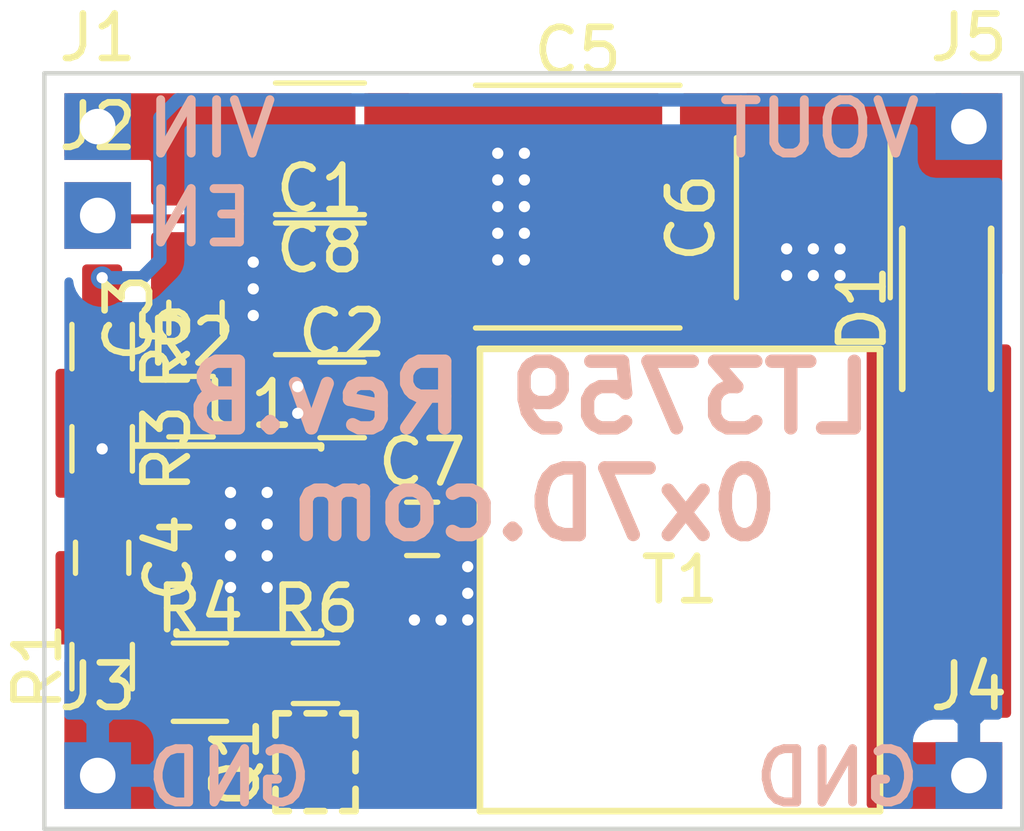
<source format=kicad_pcb>
(kicad_pcb (version 4) (host pcbnew 4.0.7)

  (general
    (links 50)
    (no_connects 1)
    (area 125.649999 80.049999 147.750001 97.150001)
    (thickness 1.6)
    (drawings 11)
    (tracks 87)
    (zones 0)
    (modules 23)
    (nets 16)
  )

  (page A4)
  (layers
    (0 F.Cu signal)
    (31 B.Cu signal)
    (34 B.Paste user)
    (35 F.Paste user)
    (36 B.SilkS user hide)
    (37 F.SilkS user)
    (38 B.Mask user)
    (39 F.Mask user)
    (44 Edge.Cuts user)
  )

  (setup
    (last_trace_width 0.2)
    (user_trace_width 0.1)
    (user_trace_width 0.2)
    (user_trace_width 0.3)
    (user_trace_width 0.4)
    (user_trace_width 0.5)
    (user_trace_width 0.8)
    (user_trace_width 1)
    (trace_clearance 0.2)
    (zone_clearance 0.4)
    (zone_45_only no)
    (trace_min 0.1)
    (segment_width 0.2)
    (edge_width 0.1)
    (via_size 0.508)
    (via_drill 0.254)
    (via_min_size 0.508)
    (via_min_drill 0.254)
    (uvia_size 0.3)
    (uvia_drill 0.1)
    (uvias_allowed no)
    (uvia_min_size 0.2)
    (uvia_min_drill 0.1)
    (pcb_text_width 0.3)
    (pcb_text_size 1.5 1.5)
    (mod_edge_width 0.15)
    (mod_text_size 1 1)
    (mod_text_width 0.15)
    (pad_size 1.5 1.17)
    (pad_drill 0)
    (pad_to_mask_clearance 0)
    (aux_axis_origin 0 0)
    (visible_elements 7FFCFFFF)
    (pcbplotparams
      (layerselection 0x010fc_80000001)
      (usegerberextensions false)
      (excludeedgelayer true)
      (linewidth 0.100000)
      (plotframeref false)
      (viasonmask false)
      (mode 1)
      (useauxorigin false)
      (hpglpennumber 1)
      (hpglpenspeed 20)
      (hpglpendiameter 15)
      (hpglpenoverlay 2)
      (psnegative false)
      (psa4output false)
      (plotreference false)
      (plotvalue false)
      (plotinvisibletext false)
      (padsonsilk false)
      (subtractmaskfromsilk false)
      (outputformat 1)
      (mirror false)
      (drillshape 0)
      (scaleselection 1)
      (outputdirectory Gerbers/))
  )

  (net 0 "")
  (net 1 GNDREF)
  (net 2 "Net-(C1-Pad2)")
  (net 3 "Net-(C3-Pad1)")
  (net 4 "Net-(C4-Pad1)")
  (net 5 "Net-(J2-Pad1)")
  (net 6 "Net-(Q1-Pad3)")
  (net 7 "Net-(Q1-Pad2)")
  (net 8 "Net-(R1-Pad2)")
  (net 9 "Net-(R2-Pad1)")
  (net 10 "Net-(R3-Pad2)")
  (net 11 "Net-(R6-Pad2)")
  (net 12 "Net-(D1-Pad2)")
  (net 13 "Net-(Q1-Pad1)")
  (net 14 "Net-(C5-Pad2)")
  (net 15 "Net-(C7-Pad1)")

  (net_class Default "This is the default net class."
    (clearance 0.2)
    (trace_width 0.2)
    (via_dia 0.508)
    (via_drill 0.254)
    (uvia_dia 0.3)
    (uvia_drill 0.1)
    (add_net GNDREF)
    (add_net "Net-(C1-Pad2)")
    (add_net "Net-(C3-Pad1)")
    (add_net "Net-(C4-Pad1)")
    (add_net "Net-(C5-Pad2)")
    (add_net "Net-(C7-Pad1)")
    (add_net "Net-(D1-Pad2)")
    (add_net "Net-(J2-Pad1)")
    (add_net "Net-(Q1-Pad1)")
    (add_net "Net-(Q1-Pad2)")
    (add_net "Net-(Q1-Pad3)")
    (add_net "Net-(R1-Pad2)")
    (add_net "Net-(R2-Pad1)")
    (add_net "Net-(R3-Pad2)")
    (add_net "Net-(R6-Pad2)")
  )

  (module "Custom Parts:SOD-123W" (layer F.Cu) (tedit 5A6CE79A) (tstamp 5A8E4E07)
    (at 146 85.4 270)
    (path /5A6B91C6)
    (fp_text reference D1 (at 0 1.9 270) (layer F.SilkS)
      (effects (font (size 1 1) (thickness 0.15)))
    )
    (fp_text value D_RECT (at 0 -1.8 270) (layer F.Fab)
      (effects (font (size 1 1) (thickness 0.15)))
    )
    (fp_line (start -1.8 1) (end 1.8 1) (layer F.SilkS) (width 0.15))
    (fp_line (start -1.8 -1) (end 1.8 -1) (layer F.SilkS) (width 0.15))
    (pad 1 smd rect (at -1.55 0 270) (size 1.2 1.4) (layers F.Cu F.Paste F.Mask)
      (net 14 "Net-(C5-Pad2)"))
    (pad 2 smd rect (at 1.55 0 270) (size 1.2 1.4) (layers F.Cu F.Paste F.Mask)
      (net 12 "Net-(D1-Pad2)"))
  )

  (module "Custom Parts:Wurth_WE-FB_10.18x13.36mm" (layer F.Cu) (tedit 5A91E72C) (tstamp 5A6CF038)
    (at 140 91.5 180)
    (path /5A6B88EA)
    (fp_text reference T1 (at 0 0 180) (layer F.SilkS)
      (effects (font (size 1 1) (thickness 0.15)))
    )
    (fp_text value Wurth_Transformer_10.16x13.36mm (at 0 -6.1 180) (layer F.Fab)
      (effects (font (size 1 1) (thickness 0.15)))
    )
    (fp_line (start -4.5 -5.2) (end 4.5 -5.2) (layer F.SilkS) (width 0.15))
    (fp_line (start 4.5 -5.2) (end 4.5 5.2) (layer F.SilkS) (width 0.15))
    (fp_line (start 4.5 5.2) (end -4.5 5.2) (layer F.SilkS) (width 0.15))
    (fp_line (start -4.5 5.2) (end -4.5 -5.2) (layer F.SilkS) (width 0.15))
    (pad 1 smd rect (at -5.83 2.5 180) (size 2.08 1.17) (layers F.Cu F.Paste F.Mask)
      (net 1 GNDREF))
    (pad 2 smd rect (at -5.83 0 180) (size 2.08 1.17) (layers F.Cu F.Paste F.Mask))
    (pad 3 smd rect (at -5.83 -2.5 180) (size 2.08 1.17) (layers F.Cu F.Paste F.Mask)
      (net 12 "Net-(D1-Pad2)"))
    (pad 4 smd rect (at 5.83 -2.5 180) (size 2.08 1.17) (layers F.Cu F.Paste F.Mask)
      (net 13 "Net-(Q1-Pad1)"))
    (pad 6 smd rect (at 5.83 2.5 180) (size 2.08 1.17) (layers F.Cu F.Paste F.Mask)
      (net 2 "Net-(C1-Pad2)"))
    (pad 5 smd rect (at 5.83 0 180) (size 1.1 0.8) (layers F.Cu F.Paste F.Mask))
  )

  (module Resistors_SMD:R_0603 (layer F.Cu) (tedit 58E0A804) (tstamp 5A8E4162)
    (at 131.8 93.6)
    (descr "Resistor SMD 0603, reflow soldering, Vishay (see dcrcw.pdf)")
    (tags "resistor 0603")
    (path /5A8E442D)
    (attr smd)
    (fp_text reference R6 (at 0 -1.45) (layer F.SilkS)
      (effects (font (size 1 1) (thickness 0.15)))
    )
    (fp_text value R_GATE (at 0 1.5) (layer F.Fab)
      (effects (font (size 1 1) (thickness 0.15)))
    )
    (fp_text user %R (at 0 0) (layer F.Fab)
      (effects (font (size 0.4 0.4) (thickness 0.075)))
    )
    (fp_line (start -0.8 0.4) (end -0.8 -0.4) (layer F.Fab) (width 0.1))
    (fp_line (start 0.8 0.4) (end -0.8 0.4) (layer F.Fab) (width 0.1))
    (fp_line (start 0.8 -0.4) (end 0.8 0.4) (layer F.Fab) (width 0.1))
    (fp_line (start -0.8 -0.4) (end 0.8 -0.4) (layer F.Fab) (width 0.1))
    (fp_line (start 0.5 0.68) (end -0.5 0.68) (layer F.SilkS) (width 0.12))
    (fp_line (start -0.5 -0.68) (end 0.5 -0.68) (layer F.SilkS) (width 0.12))
    (fp_line (start -1.25 -0.7) (end 1.25 -0.7) (layer F.CrtYd) (width 0.05))
    (fp_line (start -1.25 -0.7) (end -1.25 0.7) (layer F.CrtYd) (width 0.05))
    (fp_line (start 1.25 0.7) (end 1.25 -0.7) (layer F.CrtYd) (width 0.05))
    (fp_line (start 1.25 0.7) (end -1.25 0.7) (layer F.CrtYd) (width 0.05))
    (pad 1 smd rect (at -0.75 0) (size 0.5 0.9) (layers F.Cu F.Paste F.Mask)
      (net 7 "Net-(Q1-Pad2)"))
    (pad 2 smd rect (at 0.75 0) (size 0.5 0.9) (layers F.Cu F.Paste F.Mask)
      (net 11 "Net-(R6-Pad2)"))
    (model ${KISYS3DMOD}/Resistors_SMD.3dshapes/R_0603.wrl
      (at (xyz 0 0 0))
      (scale (xyz 1 1 1))
      (rotate (xyz 0 0 0))
    )
  )

  (module Housings_SSOP:MSOP-12-1EP_3x4mm_Pitch0.65mm (layer F.Cu) (tedit 57AFAE52) (tstamp 5A6CF050)
    (at 130.3 90.6)
    (descr "MSE Package; 12-Lead Plastic MSOP, Exposed Die Pad; (see Linear Technology 05081666_G_MSE12.pdf)")
    (tags "SSOP 0.65")
    (path /5A6BF1D9)
    (attr smd)
    (fp_text reference U1 (at 0 -3.05) (layer F.SilkS)
      (effects (font (size 1 1) (thickness 0.15)))
    )
    (fp_text value LTC3759 (at 0 3.05) (layer F.Fab)
      (effects (font (size 1 1) (thickness 0.15)))
    )
    (fp_line (start -0.5 -2) (end 1.5 -2) (layer F.Fab) (width 0.15))
    (fp_line (start 1.5 -2) (end 1.5 2) (layer F.Fab) (width 0.15))
    (fp_line (start 1.5 2) (end -1.5 2) (layer F.Fab) (width 0.15))
    (fp_line (start -1.5 2) (end -1.5 -1) (layer F.Fab) (width 0.15))
    (fp_line (start -1.5 -1) (end -0.5 -2) (layer F.Fab) (width 0.15))
    (fp_line (start -2.8 -2.3) (end -2.8 2.3) (layer F.CrtYd) (width 0.05))
    (fp_line (start 2.8 -2.3) (end 2.8 2.3) (layer F.CrtYd) (width 0.05))
    (fp_line (start -2.8 -2.3) (end 2.8 -2.3) (layer F.CrtYd) (width 0.05))
    (fp_line (start -2.8 2.3) (end 2.8 2.3) (layer F.CrtYd) (width 0.05))
    (fp_line (start 1.625 -2.125) (end 1.625 -2.06) (layer F.SilkS) (width 0.15))
    (fp_line (start 1.625 2.125) (end 1.625 2.06) (layer F.SilkS) (width 0.15))
    (fp_line (start -1.625 2.125) (end -1.625 2.06) (layer F.SilkS) (width 0.15))
    (fp_line (start -1.625 -2.125) (end 1.625 -2.125) (layer F.SilkS) (width 0.15))
    (fp_line (start -1.625 2.125) (end 1.625 2.125) (layer F.SilkS) (width 0.15))
    (fp_line (start -1.625 -2.125) (end -2.55 -2.125) (layer F.SilkS) (width 0.15))
    (fp_text user %R (at 0 0) (layer F.Fab)
      (effects (font (size 0.6 0.6) (thickness 0.15)))
    )
    (pad 1 smd rect (at -2.105 -1.625) (size 0.89 0.42) (layers F.Cu F.Paste F.Mask)
      (net 9 "Net-(R2-Pad1)"))
    (pad 2 smd rect (at -2.105 -0.975) (size 0.89 0.42) (layers F.Cu F.Paste F.Mask)
      (net 10 "Net-(R3-Pad2)"))
    (pad 3 smd rect (at -2.105 -0.325) (size 0.89 0.42) (layers F.Cu F.Paste F.Mask)
      (net 4 "Net-(C4-Pad1)"))
    (pad 4 smd rect (at -2.105 0.325) (size 0.89 0.42) (layers F.Cu F.Paste F.Mask)
      (net 8 "Net-(R1-Pad2)"))
    (pad 5 smd rect (at -2.105 0.975) (size 0.89 0.42) (layers F.Cu F.Paste F.Mask)
      (net 1 GNDREF))
    (pad 6 smd rect (at -2.105 1.625) (size 0.89 0.42) (layers F.Cu F.Paste F.Mask)
      (net 1 GNDREF))
    (pad 7 smd rect (at 2.105 1.625) (size 0.89 0.42) (layers F.Cu F.Paste F.Mask)
      (net 6 "Net-(Q1-Pad3)"))
    (pad 8 smd rect (at 2.105 0.975) (size 0.89 0.42) (layers F.Cu F.Paste F.Mask)
      (net 11 "Net-(R6-Pad2)"))
    (pad 9 smd rect (at 2.105 0.325) (size 0.89 0.42) (layers F.Cu F.Paste F.Mask)
      (net 15 "Net-(C7-Pad1)"))
    (pad 10 smd rect (at 2.105 -0.325) (size 0.89 0.42) (layers F.Cu F.Paste F.Mask)
      (net 2 "Net-(C1-Pad2)"))
    (pad 11 smd rect (at 2.105 -0.975) (size 0.89 0.42) (layers F.Cu F.Paste F.Mask)
      (net 2 "Net-(C1-Pad2)"))
    (pad 12 smd rect (at 2.105 -1.625) (size 0.89 0.42) (layers F.Cu F.Paste F.Mask)
      (net 5 "Net-(J2-Pad1)"))
    (pad 13 smd rect (at 0.4125 1.06875) (size 0.825 0.7125) (layers F.Cu F.Paste F.Mask)
      (net 1 GNDREF) (solder_paste_margin_ratio -0.2))
    (pad 13 smd rect (at 0.4125 0.35625) (size 0.825 0.7125) (layers F.Cu F.Paste F.Mask)
      (net 1 GNDREF) (solder_paste_margin_ratio -0.2))
    (pad 13 smd rect (at 0.4125 -0.35625) (size 0.825 0.7125) (layers F.Cu F.Paste F.Mask)
      (net 1 GNDREF) (solder_paste_margin_ratio -0.2))
    (pad 13 smd rect (at 0.4125 -1.06875) (size 0.825 0.7125) (layers F.Cu F.Paste F.Mask)
      (net 1 GNDREF) (solder_paste_margin_ratio -0.2))
    (pad 13 smd rect (at -0.4125 1.06875) (size 0.825 0.7125) (layers F.Cu F.Paste F.Mask)
      (net 1 GNDREF) (solder_paste_margin_ratio -0.2))
    (pad 13 smd rect (at -0.4125 0.35625) (size 0.825 0.7125) (layers F.Cu F.Paste F.Mask)
      (net 1 GNDREF) (solder_paste_margin_ratio -0.2))
    (pad 13 smd rect (at -0.4125 -0.35625) (size 0.825 0.7125) (layers F.Cu F.Paste F.Mask)
      (net 1 GNDREF) (solder_paste_margin_ratio -0.2))
    (pad 13 smd rect (at -0.4125 -1.06875) (size 0.825 0.7125) (layers F.Cu F.Paste F.Mask)
      (net 1 GNDREF) (solder_paste_margin_ratio -0.2))
    (model ${KISYS3DMOD}/Housings_SSOP.3dshapes/MSOP-12-1EP_3x4mm_Pitch0.65mm.wrl
      (at (xyz 0 0 0))
      (scale (xyz 1 1 1))
      (rotate (xyz 0 0 0))
    )
  )

  (module Resistors_SMD:R_0603 (layer F.Cu) (tedit 58E0A804) (tstamp 5A6CF02A)
    (at 127 86.25 270)
    (descr "Resistor SMD 0603, reflow soldering, Vishay (see dcrcw.pdf)")
    (tags "resistor 0603")
    (path /5A6B9F37)
    (attr smd)
    (fp_text reference R5 (at 0 -1.45 270) (layer F.SilkS)
      (effects (font (size 1 1) (thickness 0.15)))
    )
    (fp_text value R_FB (at 0 1.5 270) (layer F.Fab)
      (effects (font (size 1 1) (thickness 0.15)))
    )
    (fp_text user %R (at 0 0 270) (layer F.Fab)
      (effects (font (size 0.4 0.4) (thickness 0.075)))
    )
    (fp_line (start -0.8 0.4) (end -0.8 -0.4) (layer F.Fab) (width 0.1))
    (fp_line (start 0.8 0.4) (end -0.8 0.4) (layer F.Fab) (width 0.1))
    (fp_line (start 0.8 -0.4) (end 0.8 0.4) (layer F.Fab) (width 0.1))
    (fp_line (start -0.8 -0.4) (end 0.8 -0.4) (layer F.Fab) (width 0.1))
    (fp_line (start 0.5 0.68) (end -0.5 0.68) (layer F.SilkS) (width 0.12))
    (fp_line (start -0.5 -0.68) (end 0.5 -0.68) (layer F.SilkS) (width 0.12))
    (fp_line (start -1.25 -0.7) (end 1.25 -0.7) (layer F.CrtYd) (width 0.05))
    (fp_line (start -1.25 -0.7) (end -1.25 0.7) (layer F.CrtYd) (width 0.05))
    (fp_line (start 1.25 0.7) (end 1.25 -0.7) (layer F.CrtYd) (width 0.05))
    (fp_line (start 1.25 0.7) (end -1.25 0.7) (layer F.CrtYd) (width 0.05))
    (pad 1 smd rect (at -0.75 0 270) (size 0.5 0.9) (layers F.Cu F.Paste F.Mask)
      (net 14 "Net-(C5-Pad2)"))
    (pad 2 smd rect (at 0.75 0 270) (size 0.5 0.9) (layers F.Cu F.Paste F.Mask)
      (net 10 "Net-(R3-Pad2)"))
    (model ${KISYS3DMOD}/Resistors_SMD.3dshapes/R_0603.wrl
      (at (xyz 0 0 0))
      (scale (xyz 1 1 1))
      (rotate (xyz 0 0 0))
    )
  )

  (module Resistors_SMD:R_0805 (layer F.Cu) (tedit 58E0A804) (tstamp 5A6CF024)
    (at 129.2 93.8)
    (descr "Resistor SMD 0805, reflow soldering, Vishay (see dcrcw.pdf)")
    (tags "resistor 0805")
    (path /5A6B8B69)
    (attr smd)
    (fp_text reference R4 (at 0 -1.65) (layer F.SilkS)
      (effects (font (size 1 1) (thickness 0.15)))
    )
    (fp_text value R_SENSE (at 0 1.75) (layer F.Fab)
      (effects (font (size 1 1) (thickness 0.15)))
    )
    (fp_text user %R (at 0 0) (layer F.Fab)
      (effects (font (size 0.5 0.5) (thickness 0.075)))
    )
    (fp_line (start -1 0.62) (end -1 -0.62) (layer F.Fab) (width 0.1))
    (fp_line (start 1 0.62) (end -1 0.62) (layer F.Fab) (width 0.1))
    (fp_line (start 1 -0.62) (end 1 0.62) (layer F.Fab) (width 0.1))
    (fp_line (start -1 -0.62) (end 1 -0.62) (layer F.Fab) (width 0.1))
    (fp_line (start 0.6 0.88) (end -0.6 0.88) (layer F.SilkS) (width 0.12))
    (fp_line (start -0.6 -0.88) (end 0.6 -0.88) (layer F.SilkS) (width 0.12))
    (fp_line (start -1.55 -0.9) (end 1.55 -0.9) (layer F.CrtYd) (width 0.05))
    (fp_line (start -1.55 -0.9) (end -1.55 0.9) (layer F.CrtYd) (width 0.05))
    (fp_line (start 1.55 0.9) (end 1.55 -0.9) (layer F.CrtYd) (width 0.05))
    (fp_line (start 1.55 0.9) (end -1.55 0.9) (layer F.CrtYd) (width 0.05))
    (pad 1 smd rect (at -0.95 0) (size 0.7 1.3) (layers F.Cu F.Paste F.Mask)
      (net 1 GNDREF))
    (pad 2 smd rect (at 0.95 0) (size 0.7 1.3) (layers F.Cu F.Paste F.Mask)
      (net 6 "Net-(Q1-Pad3)"))
    (model ${KISYS3DMOD}/Resistors_SMD.3dshapes/R_0805.wrl
      (at (xyz 0 0 0))
      (scale (xyz 1 1 1))
      (rotate (xyz 0 0 0))
    )
  )

  (module Resistors_SMD:R_0603 (layer F.Cu) (tedit 58E0A804) (tstamp 5A6CF01E)
    (at 127 88.55 270)
    (descr "Resistor SMD 0603, reflow soldering, Vishay (see dcrcw.pdf)")
    (tags "resistor 0603")
    (path /5A6B9FBA)
    (attr smd)
    (fp_text reference R3 (at 0 -1.45 270) (layer F.SilkS)
      (effects (font (size 1 1) (thickness 0.15)))
    )
    (fp_text value R_BIAS (at 0 1.5 270) (layer F.Fab)
      (effects (font (size 1 1) (thickness 0.15)))
    )
    (fp_text user %R (at 0 0 270) (layer F.Fab)
      (effects (font (size 0.4 0.4) (thickness 0.075)))
    )
    (fp_line (start -0.8 0.4) (end -0.8 -0.4) (layer F.Fab) (width 0.1))
    (fp_line (start 0.8 0.4) (end -0.8 0.4) (layer F.Fab) (width 0.1))
    (fp_line (start 0.8 -0.4) (end 0.8 0.4) (layer F.Fab) (width 0.1))
    (fp_line (start -0.8 -0.4) (end 0.8 -0.4) (layer F.Fab) (width 0.1))
    (fp_line (start 0.5 0.68) (end -0.5 0.68) (layer F.SilkS) (width 0.12))
    (fp_line (start -0.5 -0.68) (end 0.5 -0.68) (layer F.SilkS) (width 0.12))
    (fp_line (start -1.25 -0.7) (end 1.25 -0.7) (layer F.CrtYd) (width 0.05))
    (fp_line (start -1.25 -0.7) (end -1.25 0.7) (layer F.CrtYd) (width 0.05))
    (fp_line (start 1.25 0.7) (end 1.25 -0.7) (layer F.CrtYd) (width 0.05))
    (fp_line (start 1.25 0.7) (end -1.25 0.7) (layer F.CrtYd) (width 0.05))
    (pad 1 smd rect (at -0.75 0 270) (size 0.5 0.9) (layers F.Cu F.Paste F.Mask)
      (net 1 GNDREF))
    (pad 2 smd rect (at 0.75 0 270) (size 0.5 0.9) (layers F.Cu F.Paste F.Mask)
      (net 10 "Net-(R3-Pad2)"))
    (model ${KISYS3DMOD}/Resistors_SMD.3dshapes/R_0603.wrl
      (at (xyz 0 0 0))
      (scale (xyz 1 1 1))
      (rotate (xyz 0 0 0))
    )
  )

  (module Resistors_SMD:R_0603 (layer F.Cu) (tedit 58E0A804) (tstamp 5A6CF018)
    (at 129 87.6)
    (descr "Resistor SMD 0603, reflow soldering, Vishay (see dcrcw.pdf)")
    (tags "resistor 0603")
    (path /5A6B8978)
    (attr smd)
    (fp_text reference R2 (at 0 -1.45) (layer F.SilkS)
      (effects (font (size 1 1) (thickness 0.15)))
    )
    (fp_text value R_VC (at 0 1.5) (layer F.Fab)
      (effects (font (size 1 1) (thickness 0.15)))
    )
    (fp_text user %R (at 0 0) (layer F.Fab)
      (effects (font (size 0.4 0.4) (thickness 0.075)))
    )
    (fp_line (start -0.8 0.4) (end -0.8 -0.4) (layer F.Fab) (width 0.1))
    (fp_line (start 0.8 0.4) (end -0.8 0.4) (layer F.Fab) (width 0.1))
    (fp_line (start 0.8 -0.4) (end 0.8 0.4) (layer F.Fab) (width 0.1))
    (fp_line (start -0.8 -0.4) (end 0.8 -0.4) (layer F.Fab) (width 0.1))
    (fp_line (start 0.5 0.68) (end -0.5 0.68) (layer F.SilkS) (width 0.12))
    (fp_line (start -0.5 -0.68) (end 0.5 -0.68) (layer F.SilkS) (width 0.12))
    (fp_line (start -1.25 -0.7) (end 1.25 -0.7) (layer F.CrtYd) (width 0.05))
    (fp_line (start -1.25 -0.7) (end -1.25 0.7) (layer F.CrtYd) (width 0.05))
    (fp_line (start 1.25 0.7) (end 1.25 -0.7) (layer F.CrtYd) (width 0.05))
    (fp_line (start 1.25 0.7) (end -1.25 0.7) (layer F.CrtYd) (width 0.05))
    (pad 1 smd rect (at -0.75 0) (size 0.5 0.9) (layers F.Cu F.Paste F.Mask)
      (net 9 "Net-(R2-Pad1)"))
    (pad 2 smd rect (at 0.75 0) (size 0.5 0.9) (layers F.Cu F.Paste F.Mask)
      (net 3 "Net-(C3-Pad1)"))
    (model ${KISYS3DMOD}/Resistors_SMD.3dshapes/R_0603.wrl
      (at (xyz 0 0 0))
      (scale (xyz 1 1 1))
      (rotate (xyz 0 0 0))
    )
  )

  (module Resistors_SMD:R_0603 (layer F.Cu) (tedit 58E0A804) (tstamp 5A6CF012)
    (at 127 93.45 90)
    (descr "Resistor SMD 0603, reflow soldering, Vishay (see dcrcw.pdf)")
    (tags "resistor 0603")
    (path /5A6BAAF4)
    (attr smd)
    (fp_text reference R1 (at 0 -1.45 90) (layer F.SilkS)
      (effects (font (size 1 1) (thickness 0.15)))
    )
    (fp_text value R_FREQ (at 0 1.5 90) (layer F.Fab)
      (effects (font (size 1 1) (thickness 0.15)))
    )
    (fp_text user %R (at 0 0 90) (layer F.Fab)
      (effects (font (size 0.4 0.4) (thickness 0.075)))
    )
    (fp_line (start -0.8 0.4) (end -0.8 -0.4) (layer F.Fab) (width 0.1))
    (fp_line (start 0.8 0.4) (end -0.8 0.4) (layer F.Fab) (width 0.1))
    (fp_line (start 0.8 -0.4) (end 0.8 0.4) (layer F.Fab) (width 0.1))
    (fp_line (start -0.8 -0.4) (end 0.8 -0.4) (layer F.Fab) (width 0.1))
    (fp_line (start 0.5 0.68) (end -0.5 0.68) (layer F.SilkS) (width 0.12))
    (fp_line (start -0.5 -0.68) (end 0.5 -0.68) (layer F.SilkS) (width 0.12))
    (fp_line (start -1.25 -0.7) (end 1.25 -0.7) (layer F.CrtYd) (width 0.05))
    (fp_line (start -1.25 -0.7) (end -1.25 0.7) (layer F.CrtYd) (width 0.05))
    (fp_line (start 1.25 0.7) (end 1.25 -0.7) (layer F.CrtYd) (width 0.05))
    (fp_line (start 1.25 0.7) (end -1.25 0.7) (layer F.CrtYd) (width 0.05))
    (pad 1 smd rect (at -0.75 0 90) (size 0.5 0.9) (layers F.Cu F.Paste F.Mask)
      (net 1 GNDREF))
    (pad 2 smd rect (at 0.75 0 90) (size 0.5 0.9) (layers F.Cu F.Paste F.Mask)
      (net 8 "Net-(R1-Pad2)"))
    (model ${KISYS3DMOD}/Resistors_SMD.3dshapes/R_0603.wrl
      (at (xyz 0 0 0))
      (scale (xyz 1 1 1))
      (rotate (xyz 0 0 0))
    )
  )

  (module Capacitors_SMD:C_0603 (layer F.Cu) (tedit 59958EE7) (tstamp 5A6CEFBF)
    (at 129.1 85.6 90)
    (descr "Capacitor SMD 0603, reflow soldering, AVX (see smccp.pdf)")
    (tags "capacitor 0603")
    (path /5A6B89DB)
    (attr smd)
    (fp_text reference C3 (at 0 -1.5 90) (layer F.SilkS)
      (effects (font (size 1 1) (thickness 0.15)))
    )
    (fp_text value C_VC (at 0 1.5 90) (layer F.Fab)
      (effects (font (size 1 1) (thickness 0.15)))
    )
    (fp_line (start 1.4 0.65) (end -1.4 0.65) (layer F.CrtYd) (width 0.05))
    (fp_line (start 1.4 0.65) (end 1.4 -0.65) (layer F.CrtYd) (width 0.05))
    (fp_line (start -1.4 -0.65) (end -1.4 0.65) (layer F.CrtYd) (width 0.05))
    (fp_line (start -1.4 -0.65) (end 1.4 -0.65) (layer F.CrtYd) (width 0.05))
    (fp_line (start 0.35 0.6) (end -0.35 0.6) (layer F.SilkS) (width 0.12))
    (fp_line (start -0.35 -0.6) (end 0.35 -0.6) (layer F.SilkS) (width 0.12))
    (fp_line (start -0.8 -0.4) (end 0.8 -0.4) (layer F.Fab) (width 0.1))
    (fp_line (start 0.8 -0.4) (end 0.8 0.4) (layer F.Fab) (width 0.1))
    (fp_line (start 0.8 0.4) (end -0.8 0.4) (layer F.Fab) (width 0.1))
    (fp_line (start -0.8 0.4) (end -0.8 -0.4) (layer F.Fab) (width 0.1))
    (fp_text user %R (at 0 0 90) (layer F.Fab)
      (effects (font (size 0.3 0.3) (thickness 0.075)))
    )
    (pad 2 smd rect (at 0.75 0 90) (size 0.8 0.75) (layers F.Cu F.Paste F.Mask)
      (net 1 GNDREF))
    (pad 1 smd rect (at -0.75 0 90) (size 0.8 0.75) (layers F.Cu F.Paste F.Mask)
      (net 3 "Net-(C3-Pad1)"))
    (model Capacitors_SMD.3dshapes/C_0603.wrl
      (at (xyz 0 0 0))
      (scale (xyz 1 1 1))
      (rotate (xyz 0 0 0))
    )
  )

  (module Capacitors_SMD:C_0805 (layer F.Cu) (tedit 58AA8463) (tstamp 5A6CEFB9)
    (at 132.4 87.45)
    (descr "Capacitor SMD 0805, reflow soldering, AVX (see smccp.pdf)")
    (tags "capacitor 0805")
    (path /5A6C0FBE)
    (attr smd)
    (fp_text reference C2 (at 0 -1.5) (layer F.SilkS)
      (effects (font (size 1 1) (thickness 0.15)))
    )
    (fp_text value C (at 0 1.75) (layer F.Fab)
      (effects (font (size 1 1) (thickness 0.15)))
    )
    (fp_text user %R (at 0 -1.5) (layer F.Fab)
      (effects (font (size 1 1) (thickness 0.15)))
    )
    (fp_line (start -1 0.62) (end -1 -0.62) (layer F.Fab) (width 0.1))
    (fp_line (start 1 0.62) (end -1 0.62) (layer F.Fab) (width 0.1))
    (fp_line (start 1 -0.62) (end 1 0.62) (layer F.Fab) (width 0.1))
    (fp_line (start -1 -0.62) (end 1 -0.62) (layer F.Fab) (width 0.1))
    (fp_line (start 0.5 -0.85) (end -0.5 -0.85) (layer F.SilkS) (width 0.12))
    (fp_line (start -0.5 0.85) (end 0.5 0.85) (layer F.SilkS) (width 0.12))
    (fp_line (start -1.75 -0.88) (end 1.75 -0.88) (layer F.CrtYd) (width 0.05))
    (fp_line (start -1.75 -0.88) (end -1.75 0.87) (layer F.CrtYd) (width 0.05))
    (fp_line (start 1.75 0.87) (end 1.75 -0.88) (layer F.CrtYd) (width 0.05))
    (fp_line (start 1.75 0.87) (end -1.75 0.87) (layer F.CrtYd) (width 0.05))
    (pad 1 smd rect (at -1 0) (size 1 1.25) (layers F.Cu F.Paste F.Mask)
      (net 1 GNDREF))
    (pad 2 smd rect (at 1 0) (size 1 1.25) (layers F.Cu F.Paste F.Mask)
      (net 2 "Net-(C1-Pad2)"))
    (model Capacitors_SMD.3dshapes/C_0805.wrl
      (at (xyz 0 0 0))
      (scale (xyz 1 1 1))
      (rotate (xyz 0 0 0))
    )
  )

  (module Capacitors_SMD:C_0603 (layer F.Cu) (tedit 59958EE7) (tstamp 5A6CEFC5)
    (at 127 91 270)
    (descr "Capacitor SMD 0603, reflow soldering, AVX (see smccp.pdf)")
    (tags "capacitor 0603")
    (path /5A6C6769)
    (attr smd)
    (fp_text reference C4 (at 0 -1.5 270) (layer F.SilkS)
      (effects (font (size 1 1) (thickness 0.15)))
    )
    (fp_text value C_SS (at 0 1.5 270) (layer F.Fab)
      (effects (font (size 1 1) (thickness 0.15)))
    )
    (fp_line (start 1.4 0.65) (end -1.4 0.65) (layer F.CrtYd) (width 0.05))
    (fp_line (start 1.4 0.65) (end 1.4 -0.65) (layer F.CrtYd) (width 0.05))
    (fp_line (start -1.4 -0.65) (end -1.4 0.65) (layer F.CrtYd) (width 0.05))
    (fp_line (start -1.4 -0.65) (end 1.4 -0.65) (layer F.CrtYd) (width 0.05))
    (fp_line (start 0.35 0.6) (end -0.35 0.6) (layer F.SilkS) (width 0.12))
    (fp_line (start -0.35 -0.6) (end 0.35 -0.6) (layer F.SilkS) (width 0.12))
    (fp_line (start -0.8 -0.4) (end 0.8 -0.4) (layer F.Fab) (width 0.1))
    (fp_line (start 0.8 -0.4) (end 0.8 0.4) (layer F.Fab) (width 0.1))
    (fp_line (start 0.8 0.4) (end -0.8 0.4) (layer F.Fab) (width 0.1))
    (fp_line (start -0.8 0.4) (end -0.8 -0.4) (layer F.Fab) (width 0.1))
    (fp_text user %R (at 0 0 270) (layer F.Fab)
      (effects (font (size 0.3 0.3) (thickness 0.075)))
    )
    (pad 2 smd rect (at 0.75 0 270) (size 0.8 0.75) (layers F.Cu F.Paste F.Mask)
      (net 1 GNDREF))
    (pad 1 smd rect (at -0.75 0 270) (size 0.8 0.75) (layers F.Cu F.Paste F.Mask)
      (net 4 "Net-(C4-Pad1)"))
    (model Capacitors_SMD.3dshapes/C_0603.wrl
      (at (xyz 0 0 0))
      (scale (xyz 1 1 1))
      (rotate (xyz 0 0 0))
    )
  )

  (module "Custom Parts:EPC2016C" (layer F.Cu) (tedit 5A8E6323) (tstamp 5A6CF00C)
    (at 131.8 95.6 270)
    (path /5A6B8B05)
    (fp_text reference Q1 (at 0 1.8 270) (layer F.SilkS)
      (effects (font (size 1 1) (thickness 0.15)))
    )
    (fp_text value Q_SWITCH (at 0 -1.7 270) (layer F.Fab)
      (effects (font (size 1 1) (thickness 0.15)))
    )
    (fp_line (start 1.1 0.6) (end 1.1 0.9) (layer F.SilkS) (width 0.15))
    (fp_line (start 1.1 0.9) (end 0.6 0.9) (layer F.SilkS) (width 0.15))
    (fp_line (start 1.1 -0.2) (end 1.1 0.2) (layer F.SilkS) (width 0.15))
    (fp_line (start 1.1 -0.9) (end 1.1 -0.6) (layer F.SilkS) (width 0.15))
    (fp_line (start -0.2 0.9) (end 0.2 0.9) (layer F.SilkS) (width 0.15))
    (fp_line (start -1.1 0.6) (end -1.1 0.9) (layer F.SilkS) (width 0.15))
    (fp_line (start -1.1 0.9) (end -0.6 0.9) (layer F.SilkS) (width 0.15))
    (fp_line (start -1.1 -0.2) (end -1.1 0.2) (layer F.SilkS) (width 0.15))
    (fp_line (start 0.6 -0.9) (end 1.1 -0.9) (layer F.SilkS) (width 0.15))
    (fp_line (start -0.2 -0.9) (end 0.2 -0.9) (layer F.SilkS) (width 0.15))
    (fp_line (start -1.1 -0.9) (end -1.1 -0.6) (layer F.SilkS) (width 0.15))
    (fp_line (start -1.1 -0.9) (end -0.6 -0.9) (layer F.SilkS) (width 0.15))
    (pad 3 smd oval (at 0 0 270) (size 0.18 1.362) (layers F.Cu F.Paste F.Mask)
      (net 6 "Net-(Q1-Pad3)") (solder_paste_margin -0.05))
    (pad 1 smd oval (at 0.4 0 270) (size 0.18 1.362) (layers F.Cu F.Paste F.Mask)
      (net 13 "Net-(Q1-Pad1)") (solder_paste_margin -0.05))
    (pad 3 smd oval (at 0.8 0 270) (size 0.18 1.362) (layers F.Cu F.Paste F.Mask)
      (net 6 "Net-(Q1-Pad3)") (solder_paste_margin -0.05))
    (pad 1 smd oval (at -0.4 0 270) (size 0.18 1.362) (layers F.Cu F.Paste F.Mask)
      (net 13 "Net-(Q1-Pad1)") (solder_paste_margin -0.05))
    (pad 3 smd oval (at -0.8 0.401 270) (size 0.18 0.56) (layers F.Cu F.Paste F.Mask)
      (net 6 "Net-(Q1-Pad3)") (solder_paste_margin -0.05))
    (pad 2 smd oval (at -0.8 -0.401 270) (size 0.18 0.56) (layers F.Cu F.Paste F.Mask)
      (net 7 "Net-(Q1-Pad2)") (solder_paste_margin -0.05))
  )

  (module Capacitors_SMD:C_1210 (layer F.Cu) (tedit 58AA84E2) (tstamp 5A6CEFB3)
    (at 131.9 84.95)
    (descr "Capacitor SMD 1210, reflow soldering, AVX (see smccp.pdf)")
    (tags "capacitor 1210")
    (path /5A6C10DF)
    (attr smd)
    (fp_text reference C1 (at 0 -2.25) (layer F.SilkS)
      (effects (font (size 1 1) (thickness 0.15)))
    )
    (fp_text value C (at 0 2.5) (layer F.Fab)
      (effects (font (size 1 1) (thickness 0.15)))
    )
    (fp_text user %R (at 0 -2.25) (layer F.Fab)
      (effects (font (size 1 1) (thickness 0.15)))
    )
    (fp_line (start -1.6 1.25) (end -1.6 -1.25) (layer F.Fab) (width 0.1))
    (fp_line (start 1.6 1.25) (end -1.6 1.25) (layer F.Fab) (width 0.1))
    (fp_line (start 1.6 -1.25) (end 1.6 1.25) (layer F.Fab) (width 0.1))
    (fp_line (start -1.6 -1.25) (end 1.6 -1.25) (layer F.Fab) (width 0.1))
    (fp_line (start 1 -1.48) (end -1 -1.48) (layer F.SilkS) (width 0.12))
    (fp_line (start -1 1.48) (end 1 1.48) (layer F.SilkS) (width 0.12))
    (fp_line (start -2.25 -1.5) (end 2.25 -1.5) (layer F.CrtYd) (width 0.05))
    (fp_line (start -2.25 -1.5) (end -2.25 1.5) (layer F.CrtYd) (width 0.05))
    (fp_line (start 2.25 1.5) (end 2.25 -1.5) (layer F.CrtYd) (width 0.05))
    (fp_line (start 2.25 1.5) (end -2.25 1.5) (layer F.CrtYd) (width 0.05))
    (pad 1 smd rect (at -1.5 0) (size 1 2.5) (layers F.Cu F.Paste F.Mask)
      (net 1 GNDREF))
    (pad 2 smd rect (at 1.5 0) (size 1 2.5) (layers F.Cu F.Paste F.Mask)
      (net 2 "Net-(C1-Pad2)"))
    (model Capacitors_SMD.3dshapes/C_1210.wrl
      (at (xyz 0 0 0))
      (scale (xyz 1 1 1))
      (rotate (xyz 0 0 0))
    )
  )

  (module Capacitors_SMD:C_2220 (layer F.Cu) (tedit 58AA8565) (tstamp 5A8E6751)
    (at 137.7 83.1)
    (descr "Capacitor SMD 2220, reflow soldering, AVX (see smccp.pdf)")
    (tags "capacitor 2220")
    (path /5A6B92D0)
    (attr smd)
    (fp_text reference C5 (at 0 -3.5) (layer F.SilkS)
      (effects (font (size 1 1) (thickness 0.15)))
    )
    (fp_text value C_OUT (at 0 3.75) (layer F.Fab)
      (effects (font (size 1 1) (thickness 0.15)))
    )
    (fp_text user %R (at 0 -3.5) (layer F.Fab)
      (effects (font (size 1 1) (thickness 0.15)))
    )
    (fp_line (start -2.75 2.5) (end -2.75 -2.5) (layer F.Fab) (width 0.1))
    (fp_line (start 2.75 2.5) (end -2.75 2.5) (layer F.Fab) (width 0.1))
    (fp_line (start 2.75 -2.5) (end 2.75 2.5) (layer F.Fab) (width 0.1))
    (fp_line (start -2.75 -2.5) (end 2.75 -2.5) (layer F.Fab) (width 0.1))
    (fp_line (start 2.3 -2.73) (end -2.3 -2.73) (layer F.SilkS) (width 0.12))
    (fp_line (start -2.3 2.73) (end 2.3 2.73) (layer F.SilkS) (width 0.12))
    (fp_line (start -3.55 -2.75) (end 3.55 -2.75) (layer F.CrtYd) (width 0.05))
    (fp_line (start -3.55 -2.75) (end -3.55 2.75) (layer F.CrtYd) (width 0.05))
    (fp_line (start 3.55 2.75) (end 3.55 -2.75) (layer F.CrtYd) (width 0.05))
    (fp_line (start 3.55 2.75) (end -3.55 2.75) (layer F.CrtYd) (width 0.05))
    (pad 1 smd rect (at -2.8 0) (size 1 5) (layers F.Cu F.Paste F.Mask)
      (net 1 GNDREF))
    (pad 2 smd rect (at 2.8 0) (size 1 5) (layers F.Cu F.Paste F.Mask)
      (net 14 "Net-(C5-Pad2)"))
    (model Capacitors_SMD.3dshapes/C_2220.wrl
      (at (xyz 0 0 0))
      (scale (xyz 1 1 1))
      (rotate (xyz 0 0 0))
    )
  )

  (module Capacitors_SMD:C_1812 (layer F.Cu) (tedit 58AA850E) (tstamp 5A8E6756)
    (at 143 83.35 90)
    (descr "Capacitor SMD 1812, reflow soldering, AVX (see smccp.pdf)")
    (tags "capacitor 1812")
    (path /5A6B93C6)
    (attr smd)
    (fp_text reference C6 (at 0 -2.75 90) (layer F.SilkS)
      (effects (font (size 1 1) (thickness 0.15)))
    )
    (fp_text value C_OUT (at 0 2.75 90) (layer F.Fab)
      (effects (font (size 1 1) (thickness 0.15)))
    )
    (fp_text user %R (at 0 -2.75 90) (layer F.Fab)
      (effects (font (size 1 1) (thickness 0.15)))
    )
    (fp_line (start -2.25 1.6) (end -2.25 -1.6) (layer F.Fab) (width 0.1))
    (fp_line (start 2.25 1.6) (end -2.25 1.6) (layer F.Fab) (width 0.1))
    (fp_line (start 2.25 -1.6) (end 2.25 1.6) (layer F.Fab) (width 0.1))
    (fp_line (start -2.25 -1.6) (end 2.25 -1.6) (layer F.Fab) (width 0.1))
    (fp_line (start 1.8 -1.73) (end -1.8 -1.73) (layer F.SilkS) (width 0.12))
    (fp_line (start -1.8 1.73) (end 1.8 1.73) (layer F.SilkS) (width 0.12))
    (fp_line (start -3.05 -1.85) (end 3.05 -1.85) (layer F.CrtYd) (width 0.05))
    (fp_line (start -3.05 -1.85) (end -3.05 1.85) (layer F.CrtYd) (width 0.05))
    (fp_line (start 3.05 1.85) (end 3.05 -1.85) (layer F.CrtYd) (width 0.05))
    (fp_line (start 3.05 1.85) (end -3.05 1.85) (layer F.CrtYd) (width 0.05))
    (pad 1 smd rect (at -2.3 0 90) (size 1 3) (layers F.Cu F.Paste F.Mask)
      (net 1 GNDREF))
    (pad 2 smd rect (at 2.3 0 90) (size 1 3) (layers F.Cu F.Paste F.Mask)
      (net 14 "Net-(C5-Pad2)"))
    (model Capacitors_SMD.3dshapes/C_1812.wrl
      (at (xyz 0 0 0))
      (scale (xyz 1 1 1))
      (rotate (xyz 0 0 0))
    )
  )

  (module Capacitors_SMD:C_0603 (layer F.Cu) (tedit 59958EE7) (tstamp 5A8E675B)
    (at 134.2 90.35)
    (descr "Capacitor SMD 0603, reflow soldering, AVX (see smccp.pdf)")
    (tags "capacitor 0603")
    (path /5A6BA4CA)
    (attr smd)
    (fp_text reference C7 (at 0 -1.5) (layer F.SilkS)
      (effects (font (size 1 1) (thickness 0.15)))
    )
    (fp_text value C_BP (at 0 1.5) (layer F.Fab)
      (effects (font (size 1 1) (thickness 0.15)))
    )
    (fp_line (start 1.4 0.65) (end -1.4 0.65) (layer F.CrtYd) (width 0.05))
    (fp_line (start 1.4 0.65) (end 1.4 -0.65) (layer F.CrtYd) (width 0.05))
    (fp_line (start -1.4 -0.65) (end -1.4 0.65) (layer F.CrtYd) (width 0.05))
    (fp_line (start -1.4 -0.65) (end 1.4 -0.65) (layer F.CrtYd) (width 0.05))
    (fp_line (start 0.35 0.6) (end -0.35 0.6) (layer F.SilkS) (width 0.12))
    (fp_line (start -0.35 -0.6) (end 0.35 -0.6) (layer F.SilkS) (width 0.12))
    (fp_line (start -0.8 -0.4) (end 0.8 -0.4) (layer F.Fab) (width 0.1))
    (fp_line (start 0.8 -0.4) (end 0.8 0.4) (layer F.Fab) (width 0.1))
    (fp_line (start 0.8 0.4) (end -0.8 0.4) (layer F.Fab) (width 0.1))
    (fp_line (start -0.8 0.4) (end -0.8 -0.4) (layer F.Fab) (width 0.1))
    (fp_text user %R (at 0 0) (layer F.Fab)
      (effects (font (size 0.3 0.3) (thickness 0.075)))
    )
    (pad 2 smd rect (at 0.75 0) (size 0.8 0.75) (layers F.Cu F.Paste F.Mask)
      (net 1 GNDREF))
    (pad 1 smd rect (at -0.75 0) (size 0.8 0.75) (layers F.Cu F.Paste F.Mask)
      (net 15 "Net-(C7-Pad1)"))
    (model Capacitors_SMD.3dshapes/C_0603.wrl
      (at (xyz 0 0 0))
      (scale (xyz 1 1 1))
      (rotate (xyz 0 0 0))
    )
  )

  (module Capacitors_SMD:C_1210 (layer F.Cu) (tedit 58AA84E2) (tstamp 5A912C53)
    (at 131.9 81.8 180)
    (descr "Capacitor SMD 1210, reflow soldering, AVX (see smccp.pdf)")
    (tags "capacitor 1210")
    (path /5A911DC8)
    (attr smd)
    (fp_text reference C8 (at 0 -2.25 180) (layer F.SilkS)
      (effects (font (size 1 1) (thickness 0.15)))
    )
    (fp_text value C (at 0 2.5 180) (layer F.Fab)
      (effects (font (size 1 1) (thickness 0.15)))
    )
    (fp_text user %R (at 0 -2.25 180) (layer F.Fab)
      (effects (font (size 1 1) (thickness 0.15)))
    )
    (fp_line (start -1.6 1.25) (end -1.6 -1.25) (layer F.Fab) (width 0.1))
    (fp_line (start 1.6 1.25) (end -1.6 1.25) (layer F.Fab) (width 0.1))
    (fp_line (start 1.6 -1.25) (end 1.6 1.25) (layer F.Fab) (width 0.1))
    (fp_line (start -1.6 -1.25) (end 1.6 -1.25) (layer F.Fab) (width 0.1))
    (fp_line (start 1 -1.48) (end -1 -1.48) (layer F.SilkS) (width 0.12))
    (fp_line (start -1 1.48) (end 1 1.48) (layer F.SilkS) (width 0.12))
    (fp_line (start -2.25 -1.5) (end 2.25 -1.5) (layer F.CrtYd) (width 0.05))
    (fp_line (start -2.25 -1.5) (end -2.25 1.5) (layer F.CrtYd) (width 0.05))
    (fp_line (start 2.25 1.5) (end 2.25 -1.5) (layer F.CrtYd) (width 0.05))
    (fp_line (start 2.25 1.5) (end -2.25 1.5) (layer F.CrtYd) (width 0.05))
    (pad 1 smd rect (at -1.5 0 180) (size 1 2.5) (layers F.Cu F.Paste F.Mask)
      (net 1 GNDREF))
    (pad 2 smd rect (at 1.5 0 180) (size 1 2.5) (layers F.Cu F.Paste F.Mask)
      (net 2 "Net-(C1-Pad2)"))
    (model Capacitors_SMD.3dshapes/C_1210.wrl
      (at (xyz 0 0 0))
      (scale (xyz 1 1 1))
      (rotate (xyz 0 0 0))
    )
  )

  (module Measurement_Points:Measurement_Point_Square-TH_Small (layer F.Cu) (tedit 56C360B9) (tstamp 5A8E4E14)
    (at 126.9 95.9)
    (descr "Mesurement Point, Square, Trough Hole,  1.5mm x 1.5mm, Drill 0.8mm,")
    (tags "Mesurement Point Square Trough Hole 1.5x1.5mm Drill 0.8mm")
    (path /5A6D14D6)
    (attr virtual)
    (fp_text reference J3 (at 0 -2) (layer F.SilkS)
      (effects (font (size 1 1) (thickness 0.15)))
    )
    (fp_text value GND (at 0 2) (layer F.Fab)
      (effects (font (size 1 1) (thickness 0.15)))
    )
    (fp_line (start -1 -1) (end 1 -1) (layer F.CrtYd) (width 0.05))
    (fp_line (start 1 -1) (end 1 1) (layer F.CrtYd) (width 0.05))
    (fp_line (start 1 1) (end -1 1) (layer F.CrtYd) (width 0.05))
    (fp_line (start -1 1) (end -1 -1) (layer F.CrtYd) (width 0.05))
    (pad 1 thru_hole rect (at 0 0) (size 1.5 1.5) (drill 0.8) (layers *.Cu *.Mask)
      (net 1 GNDREF))
  )

  (module Measurement_Points:Measurement_Point_Square-TH_Small (layer F.Cu) (tedit 56C360B9) (tstamp 5A8E4E18)
    (at 146.5 95.9)
    (descr "Mesurement Point, Square, Trough Hole,  1.5mm x 1.5mm, Drill 0.8mm,")
    (tags "Mesurement Point Square Trough Hole 1.5x1.5mm Drill 0.8mm")
    (path /5A6C4E27)
    (attr virtual)
    (fp_text reference J4 (at 0 -2) (layer F.SilkS)
      (effects (font (size 1 1) (thickness 0.15)))
    )
    (fp_text value GND (at 0 2) (layer F.Fab)
      (effects (font (size 1 1) (thickness 0.15)))
    )
    (fp_line (start -1 -1) (end 1 -1) (layer F.CrtYd) (width 0.05))
    (fp_line (start 1 -1) (end 1 1) (layer F.CrtYd) (width 0.05))
    (fp_line (start 1 1) (end -1 1) (layer F.CrtYd) (width 0.05))
    (fp_line (start -1 1) (end -1 -1) (layer F.CrtYd) (width 0.05))
    (pad 1 thru_hole rect (at 0 0) (size 1.5 1.5) (drill 0.8) (layers *.Cu *.Mask)
      (net 1 GNDREF))
  )

  (module Measurement_Points:Measurement_Point_Square-TH_Small (layer F.Cu) (tedit 56C360B9) (tstamp 5A8E4E1C)
    (at 146.5 81.3)
    (descr "Mesurement Point, Square, Trough Hole,  1.5mm x 1.5mm, Drill 0.8mm,")
    (tags "Mesurement Point Square Trough Hole 1.5x1.5mm Drill 0.8mm")
    (path /5A6C51D4)
    (attr virtual)
    (fp_text reference J5 (at 0 -2) (layer F.SilkS)
      (effects (font (size 1 1) (thickness 0.15)))
    )
    (fp_text value VOUT (at 0 2) (layer F.Fab)
      (effects (font (size 1 1) (thickness 0.15)))
    )
    (fp_line (start -1 -1) (end 1 -1) (layer F.CrtYd) (width 0.05))
    (fp_line (start 1 -1) (end 1 1) (layer F.CrtYd) (width 0.05))
    (fp_line (start 1 1) (end -1 1) (layer F.CrtYd) (width 0.05))
    (fp_line (start -1 1) (end -1 -1) (layer F.CrtYd) (width 0.05))
    (pad 1 thru_hole rect (at 0 0) (size 1.5 1.5) (drill 0.8) (layers *.Cu *.Mask)
      (net 14 "Net-(C5-Pad2)"))
  )

  (module Measurement_Points:Measurement_Point_Square-TH_Small (layer F.Cu) (tedit 56C360B9) (tstamp 5A8E4E0C)
    (at 126.9 81.3)
    (descr "Mesurement Point, Square, Trough Hole,  1.5mm x 1.5mm, Drill 0.8mm,")
    (tags "Mesurement Point Square Trough Hole 1.5x1.5mm Drill 0.8mm")
    (path /5A6C1261)
    (attr virtual)
    (fp_text reference J1 (at 0 -2) (layer F.SilkS)
      (effects (font (size 1 1) (thickness 0.15)))
    )
    (fp_text value VIN (at 0 2) (layer F.Fab)
      (effects (font (size 1 1) (thickness 0.15)))
    )
    (fp_line (start -1 -1) (end 1 -1) (layer F.CrtYd) (width 0.05))
    (fp_line (start 1 -1) (end 1 1) (layer F.CrtYd) (width 0.05))
    (fp_line (start 1 1) (end -1 1) (layer F.CrtYd) (width 0.05))
    (fp_line (start -1 1) (end -1 -1) (layer F.CrtYd) (width 0.05))
    (pad 1 thru_hole rect (at 0 0) (size 1.5 1.5) (drill 0.8) (layers *.Cu *.Mask)
      (net 2 "Net-(C1-Pad2)"))
  )

  (module Measurement_Points:Measurement_Point_Square-TH_Small (layer F.Cu) (tedit 56C360B9) (tstamp 5A8E4E10)
    (at 126.9 83.3)
    (descr "Mesurement Point, Square, Trough Hole,  1.5mm x 1.5mm, Drill 0.8mm,")
    (tags "Mesurement Point Square Trough Hole 1.5x1.5mm Drill 0.8mm")
    (path /5A6D210E)
    (attr virtual)
    (fp_text reference J2 (at 0 -2) (layer F.SilkS)
      (effects (font (size 1 1) (thickness 0.15)))
    )
    (fp_text value EN (at 0 2) (layer F.Fab)
      (effects (font (size 1 1) (thickness 0.15)))
    )
    (fp_line (start -1 -1) (end 1 -1) (layer F.CrtYd) (width 0.05))
    (fp_line (start 1 -1) (end 1 1) (layer F.CrtYd) (width 0.05))
    (fp_line (start 1 1) (end -1 1) (layer F.CrtYd) (width 0.05))
    (fp_line (start -1 1) (end -1 -1) (layer F.CrtYd) (width 0.05))
    (pad 1 thru_hole rect (at 0 0) (size 1.5 1.5) (drill 0.8) (layers *.Cu *.Mask)
      (net 5 "Net-(J2-Pad1)"))
  )

  (gr_text "LT3759 Rev.B" (at 136.6 87.4) (layer B.SilkS)
    (effects (font (size 1.5 1.5) (thickness 0.3)) (justify mirror))
  )
  (gr_text 0x7D.com (at 136.7 89.8) (layer B.SilkS)
    (effects (font (size 1.5 1.5) (thickness 0.3)) (justify mirror))
  )
  (gr_text VOUT (at 145.5 81.35) (layer B.SilkS)
    (effects (font (size 1.2 1.2) (thickness 0.2)) (justify left mirror))
  )
  (gr_text GND (at 145.5 95.95 360) (layer B.SilkS)
    (effects (font (size 1.2 1.2) (thickness 0.2)) (justify left mirror))
  )
  (gr_text EN (at 127.9 83.35) (layer B.SilkS)
    (effects (font (size 1.2 1.2) (thickness 0.2)) (justify right mirror))
  )
  (gr_text GND (at 127.9 95.95) (layer B.SilkS)
    (effects (font (size 1.2 1.2) (thickness 0.2)) (justify right mirror))
  )
  (gr_text VIN (at 127.9 81.35) (layer B.SilkS)
    (effects (font (size 1.2 1.2) (thickness 0.2)) (justify right mirror))
  )
  (gr_line (start 125.7 97.1) (end 147.7 97.1) (angle 90) (layer Edge.Cuts) (width 0.1))
  (gr_line (start 147.7 80.1) (end 125.7 80.1) (angle 90) (layer Edge.Cuts) (width 0.1))
  (gr_line (start 147.7 97.1) (end 147.7 80.1) (angle 90) (layer Edge.Cuts) (width 0.1))
  (gr_line (start 125.7 80.1) (end 125.7 97.1) (angle 90) (layer Edge.Cuts) (width 0.1))

  (segment (start 127 87.8) (end 127 88.55) (width 0.2) (layer F.Cu) (net 1) (status 10))
  (via (at 127 88.55) (size 0.508) (drill 0.254) (layers F.Cu B.Cu) (net 1))
  (segment (start 136.5 84.3) (end 135.9 84.3) (width 0.2) (layer F.Cu) (net 1))
  (via (at 135.9 84.3) (size 0.508) (drill 0.254) (layers F.Cu B.Cu) (net 1))
  (segment (start 135.9 84.3) (end 135.9 83.7) (width 0.2) (layer F.Cu) (net 1))
  (via (at 135.9 83.7) (size 0.508) (drill 0.254) (layers F.Cu B.Cu) (net 1))
  (via (at 136.5 84.3) (size 0.508) (drill 0.254) (layers F.Cu B.Cu) (net 1))
  (segment (start 135.9 83.7) (end 136.5 83.7) (width 0.2) (layer F.Cu) (net 1))
  (via (at 136.5 83.7) (size 0.508) (drill 0.254) (layers F.Cu B.Cu) (net 1))
  (segment (start 136.5 81.9) (end 135.9 81.9) (width 0.2) (layer F.Cu) (net 1))
  (via (at 135.9 81.9) (size 0.508) (drill 0.254) (layers F.Cu B.Cu) (net 1))
  (via (at 135.9 82.5) (size 0.508) (drill 0.254) (layers F.Cu B.Cu) (net 1))
  (segment (start 135.9 81.9) (end 135.9 82.5) (width 0.2) (layer F.Cu) (net 1))
  (via (at 136.5 81.9) (size 0.508) (drill 0.254) (layers F.Cu B.Cu) (net 1))
  (segment (start 136.5 82.5) (end 135.9 82.5) (width 0.2) (layer F.Cu) (net 1))
  (via (at 135.9 83.1) (size 0.508) (drill 0.254) (layers F.Cu B.Cu) (net 1))
  (segment (start 135.9 82.5) (end 135.9 83.1) (width 0.2) (layer F.Cu) (net 1))
  (via (at 136.5 82.5) (size 0.508) (drill 0.254) (layers F.Cu B.Cu) (net 1))
  (segment (start 135.9 83.7) (end 135.9 83.1) (width 0.2) (layer F.Cu) (net 1))
  (segment (start 136.5 83.1) (end 135.9 83.1) (width 0.2) (layer F.Cu) (net 1))
  (segment (start 135.9 83.1) (end 134.9 83.1) (width 0.2) (layer F.Cu) (net 1) (status 20))
  (via (at 136.5 83.1) (size 0.508) (drill 0.254) (layers F.Cu B.Cu) (net 1))
  (via (at 143.6 84.65) (size 0.508) (drill 0.254) (layers F.Cu B.Cu) (net 1))
  (via (at 143 84.65) (size 0.508) (drill 0.254) (layers F.Cu B.Cu) (net 1))
  (segment (start 142.4 84.65) (end 142.4 84.05) (width 0.2) (layer F.Cu) (net 1))
  (via (at 142.4 84.05) (size 0.508) (drill 0.254) (layers F.Cu B.Cu) (net 1))
  (segment (start 142.4 84.65) (end 143 84.65) (width 0.2) (layer F.Cu) (net 1))
  (via (at 142.4 84.65) (size 0.508) (drill 0.254) (layers F.Cu B.Cu) (net 1))
  (segment (start 143.6 84.65) (end 143 84.65) (width 0.2) (layer F.Cu) (net 1))
  (via (at 143.6 84.05) (size 0.508) (drill 0.254) (layers F.Cu B.Cu) (net 1))
  (segment (start 143.6 84.65) (end 143.6 84.05) (width 0.2) (layer F.Cu) (net 1))
  (via (at 143 84.05) (size 0.508) (drill 0.254) (layers F.Cu B.Cu) (net 1))
  (segment (start 143 84.05) (end 143 84.65) (width 0.2) (layer F.Cu) (net 1))
  (segment (start 134.625 92.4) (end 134.025 92.4) (width 0.3) (layer F.Cu) (net 1))
  (via (at 134.025 92.4) (size 0.508) (drill 0.254) (layers F.Cu B.Cu) (net 1))
  (segment (start 131.4 87.45) (end 131.4 87.75) (width 0.2) (layer F.Cu) (net 1) (status 30))
  (via (at 131.4 87.75) (size 0.508) (drill 0.254) (layers F.Cu B.Cu) (net 1) (status 30))
  (segment (start 131.4 87.45) (end 131.4 87.15) (width 0.2) (layer F.Cu) (net 1) (status 30))
  (via (at 131.4 87.15) (size 0.508) (drill 0.254) (layers F.Cu B.Cu) (net 1) (status 30))
  (segment (start 143 85.4) (end 143 84.65) (width 0.2) (layer F.Cu) (net 1) (status 10))
  (segment (start 130.4 84.95) (end 130.4 85.55) (width 0.2) (layer F.Cu) (net 1) (status 30))
  (via (at 130.4 85.55) (size 0.508) (drill 0.254) (layers F.Cu B.Cu) (net 1) (status 30))
  (segment (start 130.4 84.95) (end 130.4 84.35) (width 0.2) (layer F.Cu) (net 1) (status 30))
  (via (at 130.4 84.35) (size 0.508) (drill 0.254) (layers F.Cu B.Cu) (net 1) (status 30))
  (via (at 130.4 84.95) (size 0.508) (drill 0.254) (layers F.Cu B.Cu) (net 1) (status 30))
  (via (at 129.8875 89.53125) (size 0.508) (drill 0.254) (layers F.Cu B.Cu) (net 1) (status 30))
  (via (at 130.7125 89.53125) (size 0.508) (drill 0.254) (layers F.Cu B.Cu) (net 1) (status 30))
  (via (at 130.7125 90.24375) (size 0.508) (drill 0.254) (layers F.Cu B.Cu) (net 1) (status 30))
  (via (at 129.8875 90.24375) (size 0.508) (drill 0.254) (layers F.Cu B.Cu) (net 1) (status 30))
  (via (at 129.8875 90.95625) (size 0.508) (drill 0.254) (layers F.Cu B.Cu) (net 1) (status 30))
  (via (at 130.7125 90.95625) (size 0.508) (drill 0.254) (layers F.Cu B.Cu) (net 1) (status 30))
  (via (at 130.7125 91.66875) (size 0.508) (drill 0.254) (layers F.Cu B.Cu) (net 1) (status 30))
  (via (at 129.8875 91.66875) (size 0.508) (drill 0.254) (layers F.Cu B.Cu) (net 1) (status 30))
  (segment (start 134.625 92.4) (end 135.225 92.4) (width 0.3) (layer F.Cu) (net 1))
  (via (at 134.625 92.4) (size 0.508) (drill 0.254) (layers F.Cu B.Cu) (net 1))
  (segment (start 135.225 92.4) (end 135.225 91.8) (width 0.3) (layer F.Cu) (net 1))
  (segment (start 135.224002 91.799002) (end 135.225 91.8) (width 0.3) (layer F.Cu) (net 1) (tstamp 5A912FEB))
  (via (at 135.225 91.8) (size 0.508) (drill 0.254) (layers F.Cu B.Cu) (net 1))
  (via (at 135.224002 91.2) (size 0.508) (drill 0.254) (layers F.Cu B.Cu) (net 1))
  (segment (start 135.224002 91.2) (end 135.224002 90.624002) (width 0.3) (layer F.Cu) (net 1) (status 20))
  (segment (start 135.224002 91.2) (end 135.224002 91.799002) (width 0.3) (layer F.Cu) (net 1))
  (via (at 135.225 92.4) (size 0.508) (drill 0.254) (layers F.Cu B.Cu) (net 1))
  (segment (start 134.95 90.35) (end 135.224002 90.624002) (width 0.3) (layer F.Cu) (net 1) (status 30))
  (segment (start 127.075 90.275) (end 127 90.2) (width 0.2) (layer F.Cu) (net 4) (status 30))
  (segment (start 127.475 83.375) (end 127.2 83.1) (width 0.2) (layer F.Cu) (net 5) (status 30))
  (segment (start 127.2 83.1) (end 126.7 83.1) (width 0.2) (layer F.Cu) (net 5) (status 30))
  (segment (start 132.17 92.225) (end 132.405 92.225) (width 0.3) (layer F.Cu) (net 6) (status 30))
  (segment (start 131.05 93.6) (end 131.05 93.8) (width 0.3) (layer F.Cu) (net 7) (status 30))
  (segment (start 128.25 87.6) (end 128.25 88.92) (width 0.2) (layer F.Cu) (net 9) (status 30))
  (segment (start 128.25 88.92) (end 128.195 88.975) (width 0.2) (layer F.Cu) (net 9) (status 30))
  (segment (start 127.3 89.25) (end 127 89.25) (width 0.2) (layer F.Cu) (net 10) (status 30))
  (segment (start 127 86.95) (end 126.35 86.95) (width 0.2) (layer F.Cu) (net 10) (status 10))
  (segment (start 126.35 86.95) (end 126.2 87.1) (width 0.2) (layer F.Cu) (net 10))
  (segment (start 126.35 89.25) (end 127 89.25) (width 0.2) (layer F.Cu) (net 10) (status 20))
  (segment (start 126.2 87.1) (end 126.2 89.1) (width 0.2) (layer F.Cu) (net 10))
  (segment (start 126.2 89.1) (end 126.35 89.25) (width 0.2) (layer F.Cu) (net 10))
  (segment (start 132.55 93.4) (end 132.55 93.6) (width 0.3) (layer F.Cu) (net 11) (status 30))
  (segment (start 145.83 94) (end 146.285 94) (width 0.2) (layer F.Cu) (net 12) (status 30))
  (segment (start 146.7 81.1) (end 146.3 80.7) (width 0.3) (layer B.Cu) (net 14) (status 30))
  (segment (start 146.3 80.7) (end 128.7 80.7) (width 0.3) (layer B.Cu) (net 14) (status 10))
  (via (at 127 84.7) (size 0.508) (drill 0.254) (layers F.Cu B.Cu) (net 14))
  (segment (start 127 84.7) (end 127 85.45) (width 0.3) (layer F.Cu) (net 14) (status 20))
  (segment (start 127.9 84.7) (end 127 84.7) (width 0.3) (layer B.Cu) (net 14))
  (segment (start 128.3 84.3) (end 127.9 84.7) (width 0.3) (layer B.Cu) (net 14))
  (segment (start 128.3 81.1) (end 128.3 84.3) (width 0.3) (layer B.Cu) (net 14))
  (segment (start 128.7 80.7) (end 128.3 81.1) (width 0.3) (layer B.Cu) (net 14))
  (segment (start 133.45 90.45) (end 133.45 90.35) (width 0.3) (layer F.Cu) (net 15) (status 30))

  (zone (net 1) (net_name GNDREF) (layer B.Cu) (tstamp 0) (hatch edge 0.508)
    (connect_pads (clearance 0.4))
    (min_thickness 0.2)
    (fill yes (arc_segments 32) (thermal_gap 0.508) (thermal_bridge_width 0.508) (smoothing fillet) (radius 0.1))
    (polygon
      (pts
        (xy 125.7 80.1) (xy 125.7 97.1) (xy 147.7 97.1) (xy 147.7 80.1)
      )
    )
    (filled_polygon
      (pts
        (xy 145.247581 82.05) (xy 145.25393 82.129623) (xy 145.295753 82.264672) (xy 145.373543 82.382724) (xy 145.481142 82.474429)
        (xy 145.610029 82.532528) (xy 145.75 82.552419) (xy 147.15 82.552419) (xy 147.15 94.542) (xy 146.806 94.542)
        (xy 146.654 94.694) (xy 146.654 95.746) (xy 146.674 95.746) (xy 146.674 96.054) (xy 146.654 96.054)
        (xy 146.654 96.074) (xy 146.346 96.074) (xy 146.346 96.054) (xy 145.294 96.054) (xy 145.142 96.206)
        (xy 145.142 96.55) (xy 144.6 96.55) (xy 144.6 95.090117) (xy 145.142 95.090117) (xy 145.142 95.594)
        (xy 145.294 95.746) (xy 146.346 95.746) (xy 146.346 94.694) (xy 146.194 94.542) (xy 145.690117 94.542)
        (xy 145.572653 94.565365) (xy 145.462004 94.611197) (xy 145.362422 94.677736) (xy 145.277735 94.762423) (xy 145.211197 94.862004)
        (xy 145.165365 94.972653) (xy 145.142 95.090117) (xy 144.6 95.090117) (xy 144.6 86.3) (xy 144.593161 86.263654)
        (xy 144.571681 86.230273) (xy 144.538906 86.207879) (xy 144.5 86.2) (xy 135.5 86.2) (xy 135.463654 86.206839)
        (xy 135.430273 86.228319) (xy 135.407879 86.261094) (xy 135.4 86.3) (xy 135.4 96.55) (xy 128.258 96.55)
        (xy 128.258 96.206) (xy 128.106 96.054) (xy 127.054 96.054) (xy 127.054 96.074) (xy 126.746 96.074)
        (xy 126.746 96.054) (xy 126.726 96.054) (xy 126.726 95.746) (xy 126.746 95.746) (xy 126.746 94.694)
        (xy 127.054 94.694) (xy 127.054 95.746) (xy 128.106 95.746) (xy 128.258 95.594) (xy 128.258 95.090117)
        (xy 128.234635 94.972653) (xy 128.188803 94.862004) (xy 128.122265 94.762423) (xy 128.037578 94.677736) (xy 127.937996 94.611197)
        (xy 127.827347 94.565365) (xy 127.709883 94.542) (xy 127.206 94.542) (xy 127.054 94.694) (xy 126.746 94.694)
        (xy 126.594 94.542) (xy 126.25 94.542) (xy 126.25 84.790592) (xy 126.271702 84.908836) (xy 126.326135 85.046319)
        (xy 126.406236 85.170611) (xy 126.508953 85.276978) (xy 126.630374 85.361368) (xy 126.765874 85.420566) (xy 126.910291 85.452318)
        (xy 127.058126 85.455415) (xy 127.203747 85.429738) (xy 127.341606 85.376266) (xy 127.382995 85.35) (xy 127.9 85.35)
        (xy 127.959778 85.344139) (xy 128.019568 85.338908) (xy 128.02285 85.337955) (xy 128.026252 85.337621) (xy 128.083735 85.320266)
        (xy 128.141389 85.303516) (xy 128.144424 85.301943) (xy 128.147696 85.300955) (xy 128.200731 85.272756) (xy 128.254015 85.245136)
        (xy 128.256684 85.243005) (xy 128.259705 85.241399) (xy 128.306232 85.203452) (xy 128.353158 85.165992) (xy 128.357913 85.161302)
        (xy 128.358012 85.161221) (xy 128.358088 85.161129) (xy 128.359619 85.159619) (xy 128.759619 84.75962) (xy 128.797721 84.713234)
        (xy 128.836324 84.667229) (xy 128.837972 84.664231) (xy 128.840139 84.661593) (xy 128.868504 84.608694) (xy 128.897438 84.556062)
        (xy 128.898471 84.552806) (xy 128.900087 84.549792) (xy 128.91764 84.492378) (xy 128.935796 84.435143) (xy 128.936177 84.431744)
        (xy 128.937176 84.428477) (xy 128.94324 84.368779) (xy 128.949937 84.309075) (xy 128.949983 84.302393) (xy 128.949996 84.302269)
        (xy 128.949985 84.302153) (xy 128.95 84.3) (xy 128.95 81.369238) (xy 128.969239 81.35) (xy 145.247581 81.35)
      )
    )
  )
  (zone (net 0) (net_name "") (layer B.Cu) (tstamp 0) (hatch edge 0.508)
    (connect_pads yes (clearance 0.1))
    (min_thickness 0.1)
    (keepout (tracks not_allowed) (vias not_allowed) (copperpour not_allowed))
    (fill yes (arc_segments 32) (thermal_gap 0.508) (thermal_bridge_width 0.508))
    (polygon
      (pts
        (xy 135.5 86.3) (xy 144.5 86.3) (xy 144.5 96.7) (xy 135.5 96.7)
      )
    )
  )
  (zone (net 2) (net_name "Net-(C1-Pad2)") (layer F.Cu) (tstamp 0) (hatch edge 0.508)
    (priority 1)
    (connect_pads yes (clearance 0.2))
    (min_thickness 0.2)
    (fill yes (arc_segments 32) (thermal_gap 0.508) (thermal_bridge_width 0.508) (smoothing fillet) (radius 0.06))
    (polygon
      (pts
        (xy 131.9 90.5) (xy 133.05 90.5) (xy 133.05 89.775) (xy 135.5 89.775) (xy 135.5 85.6)
        (xy 135.5 83.05) (xy 132.9 83.05) (xy 132.9 80.55) (xy 132.3 80.55) (xy 126.15 80.55)
        (xy 126.15 82.05) (xy 128.1 82.05) (xy 128.1 83.1) (xy 131.1 83.1) (xy 131.1 83.4)
        (xy 131.1 86.5) (xy 132.4 86.5) (xy 132.4 88.7) (xy 131.9 88.7) (xy 131.9 89)
        (xy 131.9 89.3) (xy 131.9 89.4)
      )
    )
    (filled_polygon
      (pts
        (xy 132.598549 83.05) (xy 132.602359 83.097774) (xy 132.627452 83.178803) (xy 132.674126 83.249634) (xy 132.738685 83.304657)
        (xy 132.816018 83.339516) (xy 132.9 83.351451) (xy 133.9 83.351451) (xy 133.918194 83.35) (xy 134.098549 83.35)
        (xy 134.098549 85.6) (xy 134.102359 85.647774) (xy 134.127452 85.728803) (xy 134.174126 85.799634) (xy 134.238685 85.854657)
        (xy 134.316018 85.889516) (xy 134.4 85.901451) (xy 135.4 85.901451) (xy 135.4 89.675) (xy 135.36021 89.675)
        (xy 135.35 89.673549) (xy 134.55 89.673549) (xy 134.531806 89.675) (xy 133.86021 89.675) (xy 133.85 89.673549)
        (xy 133.05 89.673549) (xy 133.002226 89.677359) (xy 132.921197 89.702452) (xy 132.850366 89.749126) (xy 132.795343 89.813685)
        (xy 132.760484 89.891018) (xy 132.748549 89.975) (xy 132.748549 90.4) (xy 132 90.4) (xy 132 89.5)
        (xy 132.75 89.5) (xy 132.779398 89.498556) (xy 132.798907 89.496635) (xy 132.850178 89.486437) (xy 132.897774 89.482641)
        (xy 132.978803 89.457548) (xy 133.049634 89.410874) (xy 133.104657 89.346315) (xy 133.139516 89.268982) (xy 133.151451 89.185)
        (xy 133.151451 88.765) (xy 133.147641 88.717226) (xy 133.122548 88.636197) (xy 133.075874 88.565366) (xy 133.011315 88.510343)
        (xy 132.933982 88.475484) (xy 132.850374 88.463602) (xy 132.8 88.453582) (xy 132.8 86.5) (xy 132.798556 86.470602)
        (xy 132.796635 86.451093) (xy 132.785159 86.393398) (xy 132.779468 86.374639) (xy 132.756965 86.320315) (xy 132.747724 86.303026)
        (xy 132.715054 86.25413) (xy 132.702618 86.238976) (xy 132.661024 86.197382) (xy 132.64587 86.184946) (xy 132.596974 86.152276)
        (xy 132.579685 86.143035) (xy 132.525361 86.120532) (xy 132.506602 86.114841) (xy 132.448907 86.103365) (xy 132.429398 86.101444)
        (xy 132.4 86.1) (xy 131.65 86.1) (xy 131.65 83.375) (xy 131.648556 83.345602) (xy 131.646635 83.326093)
        (xy 131.635159 83.268398) (xy 131.629468 83.249639) (xy 131.606965 83.195315) (xy 131.597724 83.178026) (xy 131.565054 83.12913)
        (xy 131.552618 83.113976) (xy 131.511024 83.072382) (xy 131.49587 83.059946) (xy 131.446974 83.027276) (xy 131.429685 83.018035)
        (xy 131.375361 82.995532) (xy 131.356602 82.989841) (xy 131.298907 82.978365) (xy 131.279398 82.976444) (xy 131.25 82.975)
        (xy 128.2 82.975) (xy 128.2 82.11) (xy 128.199518 82.100197) (xy 128.198365 82.088492) (xy 128.194542 82.06927)
        (xy 128.191128 82.058014) (xy 128.183623 82.039896) (xy 128.178078 82.029523) (xy 128.167187 82.013225) (xy 128.159725 82.004133)
        (xy 128.145867 81.990275) (xy 128.136775 81.982813) (xy 128.120477 81.971922) (xy 128.110104 81.966377) (xy 128.091986 81.958872)
        (xy 128.08073 81.955458) (xy 128.061508 81.951635) (xy 128.049803 81.950482) (xy 128.04 81.95) (xy 126.25 81.95)
        (xy 126.25 80.65) (xy 132.598549 80.65)
      )
    )
  )
  (zone (net 1) (net_name GNDREF) (layer F.Cu) (tstamp 0) (hatch edge 0.508)
    (priority 2)
    (connect_pads yes (clearance 0.2))
    (min_thickness 0.2)
    (fill yes (arc_segments 32) (thermal_gap 0.508) (thermal_bridge_width 0.508) (smoothing fillet) (radius 0.06))
    (polygon
      (pts
        (xy 139.8 85.8) (xy 141.2 85.8) (xy 141.2 82.9) (xy 144.7 82.9) (xy 144.7 88.3)
        (xy 147 88.3) (xy 147 89.7) (xy 144.5 89.7) (xy 144.5 95.15) (xy 147.25 95.15)
        (xy 147.25 96.65) (xy 144.2 96.65) (xy 144.2 86.3) (xy 135.7 86.3) (xy 135.7 85.6)
        (xy 134.4 85.6) (xy 134.4 83.05) (xy 132.9 83.05) (xy 132.9 80.55) (xy 139.8 80.55)
      )
    )
    (filled_polygon
      (pts
        (xy 139.5 85.54) (xy 139.502408 85.589015) (xy 139.503561 85.60072) (xy 139.522677 85.696829) (xy 139.526091 85.708085)
        (xy 139.563615 85.798676) (xy 139.56916 85.809049) (xy 139.623615 85.890541) (xy 139.631077 85.899633) (xy 139.700367 85.968923)
        (xy 139.709459 85.976385) (xy 139.790951 86.03084) (xy 139.801324 86.036385) (xy 139.891915 86.073909) (xy 139.903171 86.077323)
        (xy 139.99928 86.096439) (xy 140.010985 86.097592) (xy 140.06 86.1) (xy 140.94 86.1) (xy 140.989015 86.097592)
        (xy 141.00072 86.096439) (xy 141.096829 86.077323) (xy 141.108085 86.073909) (xy 141.198676 86.036385) (xy 141.209049 86.03084)
        (xy 141.290541 85.976385) (xy 141.299633 85.968923) (xy 141.368923 85.899633) (xy 141.376385 85.890541) (xy 141.43084 85.809049)
        (xy 141.436385 85.798676) (xy 141.473909 85.708085) (xy 141.477323 85.696829) (xy 141.496439 85.60072) (xy 141.497592 85.589015)
        (xy 141.5 85.54) (xy 141.5 83.2) (xy 144.6 83.2) (xy 144.6 88.24) (xy 144.600482 88.249803)
        (xy 144.601635 88.261508) (xy 144.605458 88.28073) (xy 144.608872 88.291986) (xy 144.616377 88.310104) (xy 144.621922 88.320477)
        (xy 144.632813 88.336775) (xy 144.640275 88.345867) (xy 144.654133 88.359725) (xy 144.663225 88.367187) (xy 144.679523 88.378078)
        (xy 144.689896 88.383623) (xy 144.708014 88.391128) (xy 144.71927 88.394542) (xy 144.738492 88.398365) (xy 144.750197 88.399518)
        (xy 144.76 88.4) (xy 146.8 88.4) (xy 146.8 89.6) (xy 144.56 89.6) (xy 144.550197 89.600482)
        (xy 144.538492 89.601635) (xy 144.51927 89.605458) (xy 144.508014 89.608872) (xy 144.489896 89.616377) (xy 144.479523 89.621922)
        (xy 144.463225 89.632813) (xy 144.454133 89.640275) (xy 144.440275 89.654133) (xy 144.432813 89.663225) (xy 144.421922 89.679523)
        (xy 144.416377 89.689896) (xy 144.408872 89.708014) (xy 144.405458 89.71927) (xy 144.401635 89.738492) (xy 144.400482 89.750197)
        (xy 144.4 89.76) (xy 144.4 95.09) (xy 144.400482 95.099803) (xy 144.401635 95.111508) (xy 144.405458 95.13073)
        (xy 144.408872 95.141986) (xy 144.416377 95.160104) (xy 144.421922 95.170477) (xy 144.432813 95.186775) (xy 144.440275 95.195867)
        (xy 144.454133 95.209725) (xy 144.463225 95.217187) (xy 144.479523 95.228078) (xy 144.489896 95.233623) (xy 144.508014 95.241128)
        (xy 144.51927 95.244542) (xy 144.538492 95.248365) (xy 144.550197 95.249518) (xy 144.56 95.25) (xy 147.15 95.25)
        (xy 147.15 96.55) (xy 144.3 96.55) (xy 144.3 86.36) (xy 144.299518 86.350197) (xy 144.298365 86.338492)
        (xy 144.294542 86.31927) (xy 144.291128 86.308014) (xy 144.283623 86.289896) (xy 144.278078 86.279523) (xy 144.267187 86.263225)
        (xy 144.259725 86.254133) (xy 144.245867 86.240275) (xy 144.236775 86.232813) (xy 144.220477 86.221922) (xy 144.210104 86.216377)
        (xy 144.191986 86.208872) (xy 144.18073 86.205458) (xy 144.161508 86.201635) (xy 144.149803 86.200482) (xy 144.14 86.2)
        (xy 135.8 86.2) (xy 135.8 85.66) (xy 135.799518 85.650197) (xy 135.798365 85.638492) (xy 135.794542 85.61927)
        (xy 135.791128 85.608014) (xy 135.783623 85.589896) (xy 135.778078 85.579523) (xy 135.767187 85.563225) (xy 135.759725 85.554133)
        (xy 135.745867 85.540275) (xy 135.736775 85.532813) (xy 135.720477 85.521922) (xy 135.710104 85.516377) (xy 135.691986 85.508872)
        (xy 135.68073 85.505458) (xy 135.661508 85.501635) (xy 135.649803 85.500482) (xy 135.64 85.5) (xy 134.5 85.5)
        (xy 134.5 83.11) (xy 134.499518 83.100197) (xy 134.498365 83.088492) (xy 134.494542 83.06927) (xy 134.491128 83.058014)
        (xy 134.483623 83.039896) (xy 134.478078 83.029523) (xy 134.467187 83.013225) (xy 134.459725 83.004133) (xy 134.445867 82.990275)
        (xy 134.436775 82.982813) (xy 134.420477 82.971922) (xy 134.410104 82.966377) (xy 134.391986 82.958872) (xy 134.38073 82.955458)
        (xy 134.361508 82.951635) (xy 134.349803 82.950482) (xy 134.34 82.95) (xy 133 82.95) (xy 133 80.65)
        (xy 139.5 80.65)
      )
    )
  )
  (zone (net 14) (net_name "Net-(C5-Pad2)") (layer F.Cu) (tstamp 0) (hatch edge 0.508)
    (priority 3)
    (connect_pads yes (clearance 0.4))
    (min_thickness 0.2)
    (fill yes (arc_segments 32) (thermal_gap 0.508) (thermal_bridge_width 0.508) (smoothing fillet) (radius 0.06))
    (polygon
      (pts
        (xy 140 85.6) (xy 141 85.6) (xy 141 82.7) (xy 141.5 82.7) (xy 144.5 82.7)
        (xy 145.1 82.7) (xy 145.1 84.7) (xy 147.25 84.7) (xy 147.25 84.2) (xy 147.25 80.75)
        (xy 147.25 80.55) (xy 140.15 80.55) (xy 140 80.55)
      )
    )
    (filled_polygon
      (pts
        (xy 147.15 84.6) (xy 145.2 84.6) (xy 145.2 82.76) (xy 145.199518 82.750197) (xy 145.198365 82.738492)
        (xy 145.194542 82.71927) (xy 145.191128 82.708014) (xy 145.183623 82.689896) (xy 145.178078 82.679523) (xy 145.167187 82.663225)
        (xy 145.159725 82.654133) (xy 145.145867 82.640275) (xy 145.136775 82.632813) (xy 145.120477 82.621922) (xy 145.110104 82.616377)
        (xy 145.091986 82.608872) (xy 145.08073 82.605458) (xy 145.061508 82.601635) (xy 145.049803 82.600482) (xy 145.04 82.6)
        (xy 141.06 82.6) (xy 141.050197 82.600482) (xy 141.038492 82.601635) (xy 141.01927 82.605458) (xy 141.008014 82.608872)
        (xy 140.989896 82.616377) (xy 140.979523 82.621922) (xy 140.963225 82.632813) (xy 140.954133 82.640275) (xy 140.940275 82.654133)
        (xy 140.932813 82.663225) (xy 140.921922 82.679523) (xy 140.916377 82.689896) (xy 140.908872 82.708014) (xy 140.905458 82.71927)
        (xy 140.901635 82.738492) (xy 140.900482 82.750197) (xy 140.9 82.76) (xy 140.9 85.5) (xy 140.1 85.5)
        (xy 140.1 80.65) (xy 147.15 80.65)
      )
    )
  )
  (zone (net 1) (net_name GNDREF) (layer F.Cu) (tstamp 0) (hatch edge 0.508)
    (priority 1)
    (connect_pads yes (clearance 0.2))
    (min_thickness 0.2)
    (fill yes (arc_segments 32) (thermal_gap 0.508) (thermal_bridge_width 0.508) (smoothing fillet) (radius 0.06))
    (polygon
      (pts
        (xy 129.9 83.6) (xy 131.3 83.6) (xy 131.3 86.5) (xy 132.4 86.5) (xy 132.4 88.55)
        (xy 131.7 88.55) (xy 131.7 92.35) (xy 129.75 92.35) (xy 129.75 92.9) (xy 129.75 96.65)
        (xy 129.1 96.65) (xy 126.15 96.65) (xy 126.15 93.25) (xy 126.6 93.25) (xy 127.35 93.25)
        (xy 127.65 93.25) (xy 127.65 92.75) (xy 127.65 92.45) (xy 127.65 92.35) (xy 127.65 92.15)
        (xy 126.55 92.15) (xy 126.55 91.35) (xy 127.55 91.35) (xy 128.9 91.35) (xy 128.9 91)
        (xy 128.9 89.5) (xy 128.9 88.25) (xy 130.05 88.25) (xy 130.05 87.1) (xy 129.7 87.1)
        (xy 129.7 85.7) (xy 128.1 85.7) (xy 128.1 85.25) (xy 128.1 83.6) (xy 129.5 83.6)
      )
    )
    (filled_polygon
      (pts
        (xy 130.85 86.5) (xy 130.851444 86.529398) (xy 130.853365 86.548907) (xy 130.864841 86.606602) (xy 130.870532 86.625361)
        (xy 130.893035 86.679685) (xy 130.902276 86.696974) (xy 130.934946 86.74587) (xy 130.947382 86.761024) (xy 130.988976 86.802618)
        (xy 131.00413 86.815054) (xy 131.053026 86.847724) (xy 131.070315 86.856965) (xy 131.124639 86.879468) (xy 131.143398 86.885159)
        (xy 131.201093 86.896635) (xy 131.220602 86.898556) (xy 131.25 86.9) (xy 132 86.9) (xy 132 88.45)
        (xy 131.76 88.45) (xy 131.750197 88.450482) (xy 131.738492 88.451635) (xy 131.71927 88.455458) (xy 131.708014 88.458872)
        (xy 131.689896 88.466377) (xy 131.679523 88.471922) (xy 131.663225 88.482813) (xy 131.654133 88.490275) (xy 131.640275 88.504133)
        (xy 131.632813 88.513225) (xy 131.621922 88.529523) (xy 131.616377 88.539896) (xy 131.608872 88.558014) (xy 131.605458 88.56927)
        (xy 131.601635 88.588492) (xy 131.600482 88.600197) (xy 131.6 88.61) (xy 131.6 91.706355) (xy 131.561221 91.714068)
        (xy 131.549965 91.717482) (xy 131.49561 91.739996) (xy 131.485237 91.745541) (xy 131.436342 91.778214) (xy 131.42725 91.785676)
        (xy 131.385676 91.82725) (xy 131.378214 91.836342) (xy 131.345541 91.885237) (xy 131.339996 91.89561) (xy 131.317482 91.949965)
        (xy 131.314068 91.961221) (xy 131.302598 92.018886) (xy 131.301445 92.030591) (xy 131.3 92.06) (xy 131.3 92.1)
        (xy 129.86 92.1) (xy 129.830591 92.101445) (xy 129.818886 92.102598) (xy 129.761221 92.114068) (xy 129.749965 92.117482)
        (xy 129.69561 92.139996) (xy 129.685237 92.145541) (xy 129.636342 92.178214) (xy 129.62725 92.185676) (xy 129.585676 92.22725)
        (xy 129.578214 92.236342) (xy 129.545541 92.285237) (xy 129.539996 92.29561) (xy 129.517482 92.349965) (xy 129.514068 92.361221)
        (xy 129.502598 92.418886) (xy 129.501445 92.430591) (xy 129.5 92.46) (xy 129.5 93.13979) (xy 129.498549 93.15)
        (xy 129.498549 94.45) (xy 129.5 94.468194) (xy 129.5 96.44) (xy 129.501445 96.469409) (xy 129.502598 96.481114)
        (xy 129.514068 96.538779) (xy 129.517471 96.55) (xy 126.25 96.55) (xy 126.25 93.35) (xy 127.59 93.35)
        (xy 127.599803 93.349518) (xy 127.611508 93.348365) (xy 127.63073 93.344542) (xy 127.641986 93.341128) (xy 127.660104 93.333623)
        (xy 127.670477 93.328078) (xy 127.686775 93.317187) (xy 127.695867 93.309725) (xy 127.709725 93.295867) (xy 127.717187 93.286775)
        (xy 127.728078 93.270477) (xy 127.733623 93.260104) (xy 127.741128 93.241986) (xy 127.744542 93.23073) (xy 127.748365 93.211508)
        (xy 127.749518 93.199803) (xy 127.75 93.19) (xy 127.75 92.96021) (xy 127.751451 92.95) (xy 127.751451 92.45)
        (xy 127.75 92.431806) (xy 127.75 92.21) (xy 127.749518 92.200197) (xy 127.748365 92.188492) (xy 127.744542 92.16927)
        (xy 127.741128 92.158014) (xy 127.733623 92.139896) (xy 127.728078 92.129523) (xy 127.717187 92.113225) (xy 127.709725 92.104133)
        (xy 127.695867 92.090275) (xy 127.686775 92.082813) (xy 127.670477 92.071922) (xy 127.660104 92.066377) (xy 127.641986 92.058872)
        (xy 127.63073 92.055458) (xy 127.611508 92.051635) (xy 127.599803 92.050482) (xy 127.59 92.05) (xy 126.65 92.05)
        (xy 126.65 91.45) (xy 128.84 91.45) (xy 128.849803 91.449518) (xy 128.861508 91.448365) (xy 128.88073 91.444542)
        (xy 128.891986 91.441128) (xy 128.910104 91.433623) (xy 128.920477 91.428078) (xy 128.936775 91.417187) (xy 128.945867 91.409725)
        (xy 128.959725 91.395867) (xy 128.967187 91.386775) (xy 128.978078 91.370477) (xy 128.983623 91.360104) (xy 128.991128 91.341986)
        (xy 128.994542 91.33073) (xy 128.998365 91.311508) (xy 128.999518 91.299803) (xy 129 91.29) (xy 129 88.35)
        (xy 129.48979 88.35) (xy 129.5 88.351451) (xy 130 88.351451) (xy 130.047774 88.347641) (xy 130.128803 88.322548)
        (xy 130.199634 88.275874) (xy 130.254657 88.211315) (xy 130.289516 88.133982) (xy 130.301451 88.05) (xy 130.301451 87.15)
        (xy 130.297641 87.102226) (xy 130.272548 87.021197) (xy 130.225874 86.950366) (xy 130.161315 86.895343) (xy 130.083982 86.860484)
        (xy 130 86.848549) (xy 129.8 86.848549) (xy 129.8 85.76) (xy 129.799518 85.750197) (xy 129.798365 85.738492)
        (xy 129.794542 85.71927) (xy 129.791128 85.708014) (xy 129.783623 85.689896) (xy 129.778078 85.679523) (xy 129.767187 85.663225)
        (xy 129.759725 85.654133) (xy 129.745867 85.640275) (xy 129.736775 85.632813) (xy 129.720477 85.621922) (xy 129.710104 85.616377)
        (xy 129.691986 85.608872) (xy 129.68073 85.605458) (xy 129.661508 85.601635) (xy 129.649803 85.600482) (xy 129.64 85.6)
        (xy 128.2 85.6) (xy 128.2 83.775) (xy 130.85 83.775)
      )
    )
  )
  (zone (net 6) (net_name "Net-(Q1-Pad3)") (layer F.Cu) (tstamp 0) (hatch edge 0.508)
    (priority 2)
    (connect_pads yes (clearance 0.2))
    (min_thickness 0.2)
    (fill yes (arc_segments 32) (thermal_gap 0.508) (thermal_bridge_width 0.508) (smoothing fillet) (radius 0.06))
    (polygon
      (pts
        (xy 132.9 92.45) (xy 132 92.45) (xy 132 92.9) (xy 130.5 92.9) (xy 130.5 94.5)
        (xy 130.5 94.7) (xy 131.7 94.7) (xy 131.7 95.5) (xy 132.5 95.5) (xy 132.5 96.5)
        (xy 129.8 96.5) (xy 129.8 94.45) (xy 129.8 92.95) (xy 129.8 92.4) (xy 131.6 92.4)
        (xy 131.6 92) (xy 132.9 92)
      )
    )
    (filled_polygon
      (pts
        (xy 132.8 92.35) (xy 132.06 92.35) (xy 132.050197 92.350482) (xy 132.038492 92.351635) (xy 132.01927 92.355458)
        (xy 132.008014 92.358872) (xy 131.989896 92.366377) (xy 131.979523 92.371922) (xy 131.963225 92.382813) (xy 131.954133 92.390275)
        (xy 131.940275 92.404133) (xy 131.932813 92.413225) (xy 131.921922 92.429523) (xy 131.916377 92.439896) (xy 131.908872 92.458014)
        (xy 131.905458 92.46927) (xy 131.901635 92.488492) (xy 131.900482 92.500197) (xy 131.9 92.51) (xy 131.9 92.8)
        (xy 130.56 92.8) (xy 130.550197 92.800482) (xy 130.538492 92.801635) (xy 130.51927 92.805458) (xy 130.508014 92.808872)
        (xy 130.489896 92.816377) (xy 130.479523 92.821922) (xy 130.463225 92.832813) (xy 130.454133 92.840275) (xy 130.440275 92.854133)
        (xy 130.432813 92.863225) (xy 130.421922 92.879523) (xy 130.416377 92.889896) (xy 130.408872 92.908014) (xy 130.405458 92.91927)
        (xy 130.401635 92.938492) (xy 130.400482 92.950197) (xy 130.4 92.96) (xy 130.4 94.64) (xy 130.400482 94.649803)
        (xy 130.401635 94.661508) (xy 130.405458 94.68073) (xy 130.408872 94.691986) (xy 130.416377 94.710104) (xy 130.421922 94.720477)
        (xy 130.432813 94.736775) (xy 130.440275 94.745867) (xy 130.454133 94.759725) (xy 130.463225 94.767187) (xy 130.479523 94.778078)
        (xy 130.489896 94.783623) (xy 130.508014 94.791128) (xy 130.51927 94.794542) (xy 130.538492 94.798365) (xy 130.550197 94.799518)
        (xy 130.56 94.8) (xy 131.6 94.8) (xy 131.6 94.81) (xy 131.204253 94.81) (xy 131.128502 94.817427)
        (xy 131.055636 94.839427) (xy 130.98843 94.875161) (xy 130.929446 94.923267) (xy 130.880928 94.981915) (xy 130.844726 95.048869)
        (xy 130.822219 95.12158) (xy 130.814263 95.197277) (xy 130.821161 95.273079) (xy 130.842651 95.346097) (xy 130.877915 95.41355)
        (xy 130.925609 95.472869) (xy 130.983916 95.521794) (xy 131.050616 95.558463) (xy 131.123167 95.581478) (xy 131.198808 95.589962)
        (xy 131.204253 95.59) (xy 131.705291 95.59) (xy 131.708014 95.591128) (xy 131.71927 95.594542) (xy 131.738492 95.598365)
        (xy 131.750197 95.599518) (xy 131.76 95.6) (xy 132.4 95.6) (xy 132.4 95.61003) (xy 132.395747 95.61)
        (xy 131.204253 95.61) (xy 131.128502 95.617427) (xy 131.055636 95.639427) (xy 130.98843 95.675161) (xy 130.929446 95.723267)
        (xy 130.880928 95.781915) (xy 130.844726 95.848869) (xy 130.822219 95.92158) (xy 130.814263 95.997277) (xy 130.821161 96.073079)
        (xy 130.842651 96.146097) (xy 130.877915 96.21355) (xy 130.925609 96.272869) (xy 130.983916 96.321794) (xy 131.050616 96.358463)
        (xy 131.123167 96.381478) (xy 131.198808 96.389962) (xy 131.204253 96.39) (xy 132.395747 96.39) (xy 132.4 96.389583)
        (xy 132.4 96.4) (xy 129.9 96.4) (xy 129.9 92.5) (xy 131.54 92.5) (xy 131.549803 92.499518)
        (xy 131.561508 92.498365) (xy 131.58073 92.494542) (xy 131.591986 92.491128) (xy 131.610104 92.483623) (xy 131.620477 92.478078)
        (xy 131.636775 92.467187) (xy 131.645867 92.459725) (xy 131.659725 92.445867) (xy 131.667187 92.436775) (xy 131.678078 92.420477)
        (xy 131.683623 92.410104) (xy 131.691128 92.391986) (xy 131.694542 92.38073) (xy 131.698365 92.361508) (xy 131.699518 92.349803)
        (xy 131.7 92.34) (xy 131.7 92.1) (xy 132.8 92.1)
      )
    )
  )
  (zone (net 7) (net_name "Net-(Q1-Pad2)") (layer F.Cu) (tstamp 0) (hatch edge 0.508)
    (connect_pads yes (clearance 0.2))
    (min_thickness 0.2)
    (fill yes (arc_segments 32) (thermal_gap 0.508) (thermal_bridge_width 0.508) (smoothing fillet) (radius 0.06))
    (polygon
      (pts
        (xy 130.8 93.15) (xy 130.8 94.9) (xy 132.5 94.9) (xy 132.5 93.15)
      )
    )
    (filled_polygon
      (pts
        (xy 131.9 94.09) (xy 131.901445 94.119409) (xy 131.902598 94.131114) (xy 131.914068 94.188779) (xy 131.917482 94.200035)
        (xy 131.939996 94.25439) (xy 131.945541 94.264763) (xy 131.978214 94.313658) (xy 131.985676 94.32275) (xy 132.02725 94.364324)
        (xy 132.036342 94.371786) (xy 132.085237 94.404459) (xy 132.09561 94.410004) (xy 132.149965 94.432518) (xy 132.161221 94.435932)
        (xy 132.218886 94.447402) (xy 132.230591 94.448555) (xy 132.26 94.45) (xy 132.4 94.45) (xy 132.4 94.8)
        (xy 132 94.8) (xy 132 94.76) (xy 131.998555 94.730591) (xy 131.997402 94.718886) (xy 131.985932 94.661221)
        (xy 131.982518 94.649965) (xy 131.960004 94.59561) (xy 131.954459 94.585237) (xy 131.921786 94.536342) (xy 131.914324 94.52725)
        (xy 131.87275 94.485676) (xy 131.863658 94.478214) (xy 131.814763 94.445541) (xy 131.80439 94.439996) (xy 131.750035 94.417482)
        (xy 131.738779 94.414068) (xy 131.681114 94.402598) (xy 131.669409 94.401445) (xy 131.64 94.4) (xy 130.9 94.4)
        (xy 130.9 93.25) (xy 131.9 93.25)
      )
    )
  )
  (zone (net 11) (net_name "Net-(R6-Pad2)") (layer F.Cu) (tstamp 0) (hatch edge 0.508)
    (priority 1)
    (connect_pads yes (clearance 0.2))
    (min_thickness 0.2)
    (fill yes (arc_segments 32) (thermal_gap 0.508) (thermal_bridge_width 0.508) (smoothing fillet) (radius 0.06))
    (polygon
      (pts
        (xy 131.9 91.35) (xy 131.9 91.85) (xy 132.85 91.85) (xy 132.85 92.6) (xy 132.2 92.6)
        (xy 132.2 94.15) (xy 132.9 94.15) (xy 132.9 93.15) (xy 133.4 93.15) (xy 133.4 91.35)
      )
    )
    (filled_polygon
      (pts
        (xy 133.3 93.05) (xy 132.96 93.05) (xy 132.950197 93.050482) (xy 132.938492 93.051635) (xy 132.91927 93.055458)
        (xy 132.908014 93.058872) (xy 132.889896 93.066377) (xy 132.879523 93.071922) (xy 132.863225 93.082813) (xy 132.854133 93.090275)
        (xy 132.840275 93.104133) (xy 132.832813 93.113225) (xy 132.821922 93.129523) (xy 132.816377 93.139896) (xy 132.808872 93.158014)
        (xy 132.805458 93.16927) (xy 132.801635 93.188492) (xy 132.800482 93.200197) (xy 132.8 93.21) (xy 132.8 94.05)
        (xy 132.3 94.05) (xy 132.3 92.75) (xy 132.84 92.75) (xy 132.869409 92.748555) (xy 132.881114 92.747402)
        (xy 132.938779 92.735932) (xy 132.950035 92.732518) (xy 133.00439 92.710004) (xy 133.014763 92.704459) (xy 133.063658 92.671786)
        (xy 133.07275 92.664324) (xy 133.114324 92.62275) (xy 133.121786 92.613658) (xy 133.154459 92.564763) (xy 133.160004 92.55439)
        (xy 133.182518 92.500035) (xy 133.185932 92.488779) (xy 133.197402 92.431114) (xy 133.198555 92.419409) (xy 133.2 92.39)
        (xy 133.2 92.06) (xy 133.198555 92.030591) (xy 133.197402 92.018886) (xy 133.185932 91.961221) (xy 133.182518 91.949965)
        (xy 133.160004 91.89561) (xy 133.154459 91.885237) (xy 133.121786 91.836342) (xy 133.114324 91.82725) (xy 133.07275 91.785676)
        (xy 133.063658 91.778214) (xy 133.014763 91.745541) (xy 133.00439 91.739996) (xy 132.950035 91.717482) (xy 132.938779 91.714068)
        (xy 132.881114 91.702598) (xy 132.869409 91.701445) (xy 132.84 91.7) (xy 132 91.7) (xy 132 91.45)
        (xy 133.3 91.45)
      )
    )
  )
  (zone (net 15) (net_name "Net-(C7-Pad1)") (layer F.Cu) (tstamp 0) (hatch edge 0.508)
    (priority 1)
    (connect_pads yes (clearance 0.2))
    (min_thickness 0.2)
    (fill yes (arc_segments 32) (thermal_gap 0.508) (thermal_bridge_width 0.508) (smoothing fillet) (radius 0.06))
    (polygon
      (pts
        (xy 131.9 91.15) (xy 133.9 91.15) (xy 133.9 89.95) (xy 133.05 89.95) (xy 131.9 89.95)
      )
    )
    (filled_polygon
      (pts
        (xy 133.8 90.798549) (xy 133.62 90.798549) (xy 133.572226 90.802359) (xy 133.491197 90.827452) (xy 133.420366 90.874126)
        (xy 133.365343 90.938685) (xy 133.330484 91.016018) (xy 133.325655 91.05) (xy 132 91.05) (xy 132 90.786451)
        (xy 132.85 90.786451) (xy 132.897774 90.782641) (xy 132.978803 90.757548) (xy 133.049634 90.710874) (xy 133.104657 90.646315)
        (xy 133.139516 90.568982) (xy 133.151451 90.485) (xy 133.151451 90.065) (xy 133.150255 90.05) (xy 133.8 90.05)
      )
    )
  )
  (zone (net 1) (net_name GNDREF) (layer F.Cu) (tstamp 0) (hatch edge 0.508)
    (priority 1)
    (connect_pads yes (clearance 0.2))
    (min_thickness 0.2)
    (fill yes (arc_segments 32) (thermal_gap 0.508) (thermal_bridge_width 0.508) (smoothing fillet) (radius 0.06))
    (polygon
      (pts
        (xy 134.5 89.95) (xy 134.5 92.1) (xy 133.7 92.1) (xy 133.7 92.7) (xy 135.525 92.7)
        (xy 135.525 89.95)
      )
    )
    (filled_polygon
      (pts
        (xy 135.425 92.6) (xy 133.8 92.6) (xy 133.8 92.201451) (xy 134.72 92.201451) (xy 134.767774 92.197641)
        (xy 134.848803 92.172548) (xy 134.919634 92.125874) (xy 134.974657 92.061315) (xy 135.009516 91.983982) (xy 135.021451 91.9)
        (xy 135.021451 91.1) (xy 135.017641 91.052226) (xy 134.992548 90.971197) (xy 134.945874 90.900366) (xy 134.881315 90.845343)
        (xy 134.803982 90.810484) (xy 134.72 90.798549) (xy 134.6 90.798549) (xy 134.6 90.05) (xy 135.425 90.05)
      )
    )
  )
  (zone (net 12) (net_name "Net-(D1-Pad2)") (layer F.Cu) (tstamp 0) (hatch edge 0.508)
    (priority 3)
    (connect_pads yes (clearance 0.2))
    (min_thickness 0.2)
    (fill yes (arc_segments 32) (thermal_gap 0.508) (thermal_bridge_width 0.508) (smoothing fillet) (radius 0.06))
    (polygon
      (pts
        (xy 144.8 94.6) (xy 147.7 94.6) (xy 147.7 86.2) (xy 145.2 86.2) (xy 145.2 87.7)
        (xy 147.1 87.7) (xy 147.1 93.1) (xy 144.8 93.1)
      )
    )
    (filled_polygon
      (pts
        (xy 147.35 94.5) (xy 144.9 94.5) (xy 144.9 93.2) (xy 147.04 93.2) (xy 147.049803 93.199518)
        (xy 147.061508 93.198365) (xy 147.08073 93.194542) (xy 147.091986 93.191128) (xy 147.110104 93.183623) (xy 147.120477 93.178078)
        (xy 147.136775 93.167187) (xy 147.145867 93.159725) (xy 147.159725 93.145867) (xy 147.167187 93.136775) (xy 147.178078 93.120477)
        (xy 147.183623 93.110104) (xy 147.191128 93.091986) (xy 147.194542 93.08073) (xy 147.198365 93.061508) (xy 147.199518 93.049803)
        (xy 147.2 93.04) (xy 147.2 87.76) (xy 147.199518 87.750197) (xy 147.198365 87.738492) (xy 147.194542 87.71927)
        (xy 147.191128 87.708014) (xy 147.183623 87.689896) (xy 147.178078 87.679523) (xy 147.167187 87.663225) (xy 147.159725 87.654133)
        (xy 147.145867 87.640275) (xy 147.136775 87.632813) (xy 147.120477 87.621922) (xy 147.110104 87.616377) (xy 147.091986 87.608872)
        (xy 147.08073 87.605458) (xy 147.061508 87.601635) (xy 147.049803 87.600482) (xy 147.04 87.6) (xy 145.3 87.6)
        (xy 145.3 86.3) (xy 147.35 86.3)
      )
    )
  )
  (zone (net 10) (net_name "Net-(R3-Pad2)") (layer F.Cu) (tstamp 0) (hatch edge 0.508)
    (priority 2)
    (connect_pads yes (clearance 0.2))
    (min_thickness 0.2)
    (fill yes (arc_segments 32) (thermal_gap 0.508) (thermal_bridge_width 0.508) (smoothing fillet) (radius 0.06))
    (polygon
      (pts
        (xy 128.7 89.85) (xy 127.35 89.85) (xy 127.35 89.65) (xy 125.95 89.65) (xy 125.95 86.75)
        (xy 127.45 86.75) (xy 127.45 87.25) (xy 126.35 87.25) (xy 126.35 89.05) (xy 128.7 89.05)
      )
    )
    (filled_polygon
      (pts
        (xy 127.35 87.15) (xy 126.41 87.15) (xy 126.400197 87.150482) (xy 126.388492 87.151635) (xy 126.36927 87.155458)
        (xy 126.358014 87.158872) (xy 126.339896 87.166377) (xy 126.329523 87.171922) (xy 126.313225 87.182813) (xy 126.304133 87.190275)
        (xy 126.290275 87.204133) (xy 126.282813 87.213225) (xy 126.271922 87.229523) (xy 126.266377 87.239896) (xy 126.258872 87.258014)
        (xy 126.255458 87.26927) (xy 126.251635 87.288492) (xy 126.250482 87.300197) (xy 126.25 87.31) (xy 126.25 87.53979)
        (xy 126.248549 87.55) (xy 126.248549 88.05) (xy 126.25 88.068194) (xy 126.25 88.99) (xy 126.250482 88.999803)
        (xy 126.251635 89.011508) (xy 126.255458 89.03073) (xy 126.258872 89.041986) (xy 126.266377 89.060104) (xy 126.271922 89.070477)
        (xy 126.282813 89.086775) (xy 126.290275 89.095867) (xy 126.304133 89.109725) (xy 126.313225 89.117187) (xy 126.329523 89.128078)
        (xy 126.339896 89.133623) (xy 126.358014 89.141128) (xy 126.36927 89.144542) (xy 126.388492 89.148365) (xy 126.400197 89.149518)
        (xy 126.41 89.15) (xy 127.448549 89.15) (xy 127.448549 89.185) (xy 127.452359 89.232774) (xy 127.477452 89.313803)
        (xy 127.524126 89.384634) (xy 127.588685 89.439657) (xy 127.666018 89.474516) (xy 127.688286 89.477681) (xy 127.699965 89.482518)
        (xy 127.711221 89.485932) (xy 127.768886 89.497402) (xy 127.780591 89.498555) (xy 127.81 89.5) (xy 128.6 89.5)
        (xy 128.6 89.75) (xy 127.711822 89.75) (xy 127.710004 89.74561) (xy 127.704459 89.735237) (xy 127.671786 89.686342)
        (xy 127.664324 89.67725) (xy 127.62275 89.635676) (xy 127.613658 89.628214) (xy 127.564763 89.595541) (xy 127.55439 89.589996)
        (xy 127.500035 89.567482) (xy 127.488779 89.564068) (xy 127.431114 89.552598) (xy 127.419409 89.551445) (xy 127.39 89.55)
        (xy 127.38521 89.55) (xy 127.375 89.548549) (xy 126.625 89.548549) (xy 126.606807 89.55) (xy 126.05 89.55)
        (xy 126.05 86.85) (xy 127.35 86.85)
      )
    )
  )
  (zone (net 3) (net_name "Net-(C3-Pad1)") (layer F.Cu) (tstamp 0) (hatch edge 0.508)
    (priority 2)
    (connect_pads yes (clearance 0.2))
    (min_thickness 0.2)
    (fill yes (arc_segments 32) (thermal_gap 0.508) (thermal_bridge_width 0.508) (smoothing fillet) (radius 0.06))
    (polygon
      (pts
        (xy 130 88.05) (xy 128.7 88.05) (xy 128.7 85.9) (xy 129.5 85.9) (xy 129.5 87.15)
        (xy 130 87.15)
      )
    )
    (filled_polygon
      (pts
        (xy 129.4 87.09) (xy 129.400482 87.099803) (xy 129.401635 87.111508) (xy 129.405458 87.13073) (xy 129.408872 87.141986)
        (xy 129.416377 87.160104) (xy 129.421922 87.170477) (xy 129.432813 87.186775) (xy 129.440275 87.195867) (xy 129.454133 87.209725)
        (xy 129.463225 87.217187) (xy 129.479523 87.228078) (xy 129.489896 87.233623) (xy 129.508014 87.241128) (xy 129.51927 87.244542)
        (xy 129.538492 87.248365) (xy 129.550197 87.249518) (xy 129.56 87.25) (xy 129.9 87.25) (xy 129.9 87.95)
        (xy 129 87.95) (xy 129 87.21) (xy 128.998555 87.180591) (xy 128.997402 87.168886) (xy 128.985932 87.111221)
        (xy 128.982518 87.099965) (xy 128.960004 87.04561) (xy 128.954459 87.035237) (xy 128.921786 86.986342) (xy 128.914324 86.97725)
        (xy 128.87275 86.935676) (xy 128.863658 86.928214) (xy 128.814763 86.895541) (xy 128.80439 86.889996) (xy 128.8 86.888178)
        (xy 128.8 86) (xy 129.4 86)
      )
    )
  )
  (zone (net 9) (net_name "Net-(R2-Pad1)") (layer F.Cu) (tstamp 0) (hatch edge 0.508)
    (priority 3)
    (connect_pads yes (clearance 0.2))
    (min_thickness 0.2)
    (fill yes (arc_segments 32) (thermal_gap 0.508) (thermal_bridge_width 0.508) (smoothing fillet) (radius 0.06))
    (polygon
      (pts
        (xy 128.7 89.2) (xy 127.75 89.2) (xy 127.75 87.15) (xy 128.7 87.15)
      )
    )
    (filled_polygon
      (pts
        (xy 128.6 89.1) (xy 127.85 89.1) (xy 127.85 87.25) (xy 128.6 87.25)
      )
    )
  )
  (zone (net 1) (net_name GNDREF) (layer F.Cu) (tstamp 0) (hatch edge 0.508)
    (priority 3)
    (connect_pads yes (clearance 0.2))
    (min_thickness 0.2)
    (fill yes (arc_segments 32) (thermal_gap 0.508) (thermal_bridge_width 0.508) (smoothing fillet) (radius 0.06))
    (polygon
      (pts
        (xy 126.55 87.5) (xy 126.55 88.85) (xy 127.45 88.85) (xy 127.45 87.5)
      )
    )
    (filled_polygon
      (pts
        (xy 127.35 88.748549) (xy 126.65 88.748549) (xy 126.65 87.6) (xy 127.35 87.6)
      )
    )
  )
  (zone (net 4) (net_name "Net-(C4-Pad1)") (layer F.Cu) (tstamp 0) (hatch edge 0.508)
    (priority 3)
    (connect_pads yes (clearance 0.2))
    (min_thickness 0.2)
    (fill yes (arc_segments 32) (thermal_gap 0.508) (thermal_bridge_width 0.508) (smoothing fillet) (radius 0.06))
    (polygon
      (pts
        (xy 128.7 90.05) (xy 128.7 90.5) (xy 127.45 90.5) (xy 127.45 90.65) (xy 126.55 90.65)
        (xy 126.55 89.85) (xy 127.45 89.85) (xy 127.45 90.05)
      )
    )
    (filled_polygon
      (pts
        (xy 127.35 89.99) (xy 127.350482 89.999803) (xy 127.351635 90.011508) (xy 127.355458 90.03073) (xy 127.358872 90.041986)
        (xy 127.366377 90.060104) (xy 127.371922 90.070477) (xy 127.382813 90.086775) (xy 127.390275 90.095867) (xy 127.404133 90.109725)
        (xy 127.413225 90.117187) (xy 127.429523 90.128078) (xy 127.439896 90.133623) (xy 127.458014 90.141128) (xy 127.46927 90.144542)
        (xy 127.488492 90.148365) (xy 127.500197 90.149518) (xy 127.51 90.15) (xy 128.6 90.15) (xy 128.6 90.4)
        (xy 127.51 90.4) (xy 127.500197 90.400482) (xy 127.488492 90.401635) (xy 127.46927 90.405458) (xy 127.458014 90.408872)
        (xy 127.439896 90.416377) (xy 127.429523 90.421922) (xy 127.413225 90.432813) (xy 127.404133 90.440275) (xy 127.390275 90.454133)
        (xy 127.382813 90.463225) (xy 127.371922 90.479523) (xy 127.366377 90.489896) (xy 127.358872 90.508014) (xy 127.355458 90.51927)
        (xy 127.351635 90.538492) (xy 127.350501 90.55) (xy 126.65 90.55) (xy 126.65 89.95) (xy 127.35 89.95)
      )
    )
  )
  (zone (net 8) (net_name "Net-(R1-Pad2)") (layer F.Cu) (tstamp 0) (hatch edge 0.508)
    (priority 1)
    (connect_pads yes (clearance 0.2))
    (min_thickness 0.2)
    (fill yes (arc_segments 32) (thermal_gap 0.508) (thermal_bridge_width 0.508) (smoothing fillet) (radius 0.06))
    (polygon
      (pts
        (xy 127.45 92.95) (xy 125.95 92.95) (xy 125.95 90.85) (xy 127.6 90.85) (xy 127.6 90.7)
        (xy 128.7 90.7) (xy 128.7 91.15) (xy 127.65 91.15) (xy 126.35 91.15) (xy 126.35 92.45)
        (xy 127.45 92.45)
      )
    )
    (filled_polygon
      (pts
        (xy 128.6 91.05) (xy 127.38521 91.05) (xy 127.375 91.048549) (xy 126.625 91.048549) (xy 126.606806 91.05)
        (xy 126.41 91.05) (xy 126.400197 91.050482) (xy 126.388492 91.051635) (xy 126.36927 91.055458) (xy 126.358014 91.058872)
        (xy 126.339896 91.066377) (xy 126.329523 91.071922) (xy 126.313225 91.082813) (xy 126.304133 91.090275) (xy 126.290275 91.104133)
        (xy 126.282813 91.113225) (xy 126.271922 91.129523) (xy 126.266377 91.139896) (xy 126.258872 91.158014) (xy 126.255458 91.16927)
        (xy 126.251635 91.188492) (xy 126.250482 91.200197) (xy 126.25 91.21) (xy 126.25 92.39) (xy 126.250482 92.399803)
        (xy 126.251635 92.411508) (xy 126.255458 92.43073) (xy 126.258872 92.441986) (xy 126.266377 92.460104) (xy 126.271922 92.470477)
        (xy 126.282813 92.486775) (xy 126.290275 92.495867) (xy 126.304133 92.509725) (xy 126.313225 92.517187) (xy 126.329523 92.528078)
        (xy 126.339896 92.533623) (xy 126.358014 92.541128) (xy 126.36927 92.544542) (xy 126.388492 92.548365) (xy 126.400197 92.549518)
        (xy 126.41 92.55) (xy 127.35 92.55) (xy 127.35 92.85) (xy 126.05 92.85) (xy 126.05 90.95)
        (xy 126.61479 90.95) (xy 126.625 90.951451) (xy 127.375 90.951451) (xy 127.393193 90.95) (xy 127.54 90.95)
        (xy 127.549803 90.949518) (xy 127.561508 90.948365) (xy 127.58073 90.944542) (xy 127.591986 90.941128) (xy 127.610104 90.933623)
        (xy 127.620477 90.928078) (xy 127.636775 90.917187) (xy 127.645867 90.909725) (xy 127.659725 90.895867) (xy 127.667187 90.886775)
        (xy 127.678078 90.870477) (xy 127.683623 90.860104) (xy 127.691128 90.841986) (xy 127.694542 90.83073) (xy 127.698365 90.811508)
        (xy 127.699499 90.8) (xy 128.6 90.8)
      )
    )
  )
  (zone (net 14) (net_name "Net-(C5-Pad2)") (layer F.Cu) (tstamp 0) (hatch edge 0.508)
    (priority 1)
    (connect_pads yes (clearance 0.2))
    (min_thickness 0.2)
    (fill yes (arc_segments 32) (thermal_gap 0.508) (thermal_bridge_width 0.508) (smoothing fillet) (radius 0.06))
    (polygon
      (pts
        (xy 126.55 85.75) (xy 127.45 85.75) (xy 127.45 84.4) (xy 126.55 84.4)
      )
    )
    (filled_polygon
      (pts
        (xy 127.35 85.65) (xy 126.65 85.65) (xy 126.65 84.5) (xy 127.35 84.5)
      )
    )
  )
  (zone (net 13) (net_name "Net-(Q1-Pad1)") (layer F.Cu) (tstamp 0) (hatch edge 0.508)
    (priority 2)
    (connect_pads yes (clearance 0.2))
    (min_thickness 0.2)
    (fill yes (arc_segments 32) (thermal_gap 0.508) (thermal_bridge_width 0.508) (smoothing fillet) (radius 0.06))
    (polygon
      (pts
        (xy 133.1 93.4) (xy 133.1 95.1) (xy 131.1 95.1) (xy 131.1 96.5) (xy 135.25 96.5)
        (xy 135.25 93.4)
      )
    )
    (filled_polygon
      (pts
        (xy 135.15 96.4) (xy 132.785489 96.4) (xy 132.778839 96.326921) (xy 132.757349 96.253903) (xy 132.722085 96.18645)
        (xy 132.674391 96.127131) (xy 132.616084 96.078206) (xy 132.549384 96.041537) (xy 132.476833 96.018522) (xy 132.401192 96.010038)
        (xy 132.395747 96.01) (xy 131.204253 96.01) (xy 131.2 96.010417) (xy 131.2 95.98997) (xy 131.204253 95.99)
        (xy 132.395747 95.99) (xy 132.471498 95.982573) (xy 132.544364 95.960573) (xy 132.61157 95.924839) (xy 132.670554 95.876733)
        (xy 132.719072 95.818085) (xy 132.755274 95.751131) (xy 132.777781 95.67842) (xy 132.785737 95.602723) (xy 132.778839 95.526921)
        (xy 132.757349 95.453903) (xy 132.722085 95.38645) (xy 132.674391 95.327131) (xy 132.616084 95.278206) (xy 132.549384 95.241537)
        (xy 132.476833 95.218522) (xy 132.401192 95.210038) (xy 132.395747 95.21) (xy 131.204253 95.21) (xy 131.2 95.210417)
        (xy 131.2 95.2) (xy 133.04 95.2) (xy 133.049803 95.199518) (xy 133.061508 95.198365) (xy 133.08073 95.194542)
        (xy 133.091986 95.191128) (xy 133.110104 95.183623) (xy 133.120477 95.178078) (xy 133.136775 95.167187) (xy 133.145867 95.159725)
        (xy 133.159725 95.145867) (xy 133.167187 95.136775) (xy 133.178078 95.120477) (xy 133.183623 95.110104) (xy 133.191128 95.091986)
        (xy 133.194542 95.08073) (xy 133.198365 95.061508) (xy 133.199518 95.049803) (xy 133.2 95.04) (xy 133.2 93.5)
        (xy 135.15 93.5)
      )
    )
  )
  (zone (net 5) (net_name "Net-(J2-Pad1)") (layer F.Cu) (tstamp 0) (hatch edge 0.508)
    (priority 2)
    (connect_pads yes (clearance 0.2))
    (min_thickness 0.1)
    (fill yes (arc_segments 32) (thermal_gap 0.508) (thermal_bridge_width 0.508) (smoothing fillet) (radius 0.1))
    (polygon
      (pts
        (xy 131.9 89.2) (xy 132.85 89.2) (xy 132.85 88.75) (xy 132.5 88.75) (xy 132.5 86.4)
        (xy 131.35 86.4) (xy 131.35 83.275) (xy 127.5 83.275) (xy 127.5 83.475) (xy 131.15 83.475)
        (xy 131.15 86.6) (xy 132.3 86.6) (xy 132.3 88.75) (xy 131.9 88.75)
      )
    )
    (filled_polygon
      (pts
        (xy 131.259705 83.326197) (xy 131.269042 83.32903) (xy 131.277645 83.333628) (xy 131.285185 83.339815) (xy 131.291372 83.347355)
        (xy 131.29597 83.355958) (xy 131.298803 83.365295) (xy 131.3 83.377452) (xy 131.3 86.3) (xy 131.300241 86.3049)
        (xy 131.302162 86.324409) (xy 131.304074 86.334024) (xy 131.309765 86.352783) (xy 131.313516 86.361838) (xy 131.322757 86.379127)
        (xy 131.328202 86.387276) (xy 131.340638 86.40243) (xy 131.34757 86.409362) (xy 131.362724 86.421798) (xy 131.370873 86.427243)
        (xy 131.388162 86.436484) (xy 131.397217 86.440235) (xy 131.415976 86.445926) (xy 131.425591 86.447838) (xy 131.4451 86.449759)
        (xy 131.45 86.45) (xy 132.397548 86.45) (xy 132.409705 86.451197) (xy 132.419042 86.45403) (xy 132.427645 86.458628)
        (xy 132.435185 86.464815) (xy 132.441372 86.472355) (xy 132.44597 86.480958) (xy 132.448803 86.490295) (xy 132.45 86.502452)
        (xy 132.45 88.65) (xy 132.450241 88.6549) (xy 132.452162 88.674409) (xy 132.454074 88.684024) (xy 132.459765 88.702783)
        (xy 132.463516 88.711838) (xy 132.472757 88.729127) (xy 132.478202 88.737276) (xy 132.490638 88.75243) (xy 132.49757 88.759362)
        (xy 132.512724 88.771798) (xy 132.520873 88.777243) (xy 132.538162 88.786484) (xy 132.547217 88.790235) (xy 132.565976 88.795926)
        (xy 132.575591 88.797838) (xy 132.5951 88.799759) (xy 132.6 88.8) (xy 132.747548 88.8) (xy 132.759705 88.801197)
        (xy 132.769042 88.80403) (xy 132.777645 88.808628) (xy 132.785185 88.814815) (xy 132.791372 88.822355) (xy 132.79597 88.830958)
        (xy 132.798803 88.840295) (xy 132.8 88.852452) (xy 132.8 89.097548) (xy 132.798803 89.109705) (xy 132.79597 89.119042)
        (xy 132.791372 89.127645) (xy 132.785185 89.135185) (xy 132.777645 89.141372) (xy 132.769042 89.14597) (xy 132.759705 89.148803)
        (xy 132.747548 89.15) (xy 132.002452 89.15) (xy 131.990295 89.148803) (xy 131.980958 89.14597) (xy 131.972355 89.141372)
        (xy 131.964815 89.135185) (xy 131.958628 89.127645) (xy 131.95403 89.119042) (xy 131.951197 89.109705) (xy 131.95 89.097548)
        (xy 131.95 88.852452) (xy 131.951197 88.840295) (xy 131.95403 88.830958) (xy 131.958628 88.822355) (xy 131.964815 88.814815)
        (xy 131.972355 88.808628) (xy 131.980958 88.80403) (xy 131.990295 88.801197) (xy 132.002452 88.8) (xy 132.2 88.8)
        (xy 132.2049 88.799759) (xy 132.224409 88.797838) (xy 132.234024 88.795926) (xy 132.252783 88.790235) (xy 132.261838 88.786484)
        (xy 132.279127 88.777243) (xy 132.287276 88.771798) (xy 132.30243 88.759362) (xy 132.309362 88.75243) (xy 132.321798 88.737276)
        (xy 132.327243 88.729127) (xy 132.336484 88.711838) (xy 132.340235 88.702783) (xy 132.345926 88.684024) (xy 132.347838 88.674409)
        (xy 132.349759 88.6549) (xy 132.35 88.65) (xy 132.35 86.7) (xy 132.349759 86.6951) (xy 132.347838 86.675591)
        (xy 132.345926 86.665976) (xy 132.340235 86.647217) (xy 132.336484 86.638162) (xy 132.327243 86.620873) (xy 132.321798 86.612724)
        (xy 132.309362 86.59757) (xy 132.30243 86.590638) (xy 132.287276 86.578202) (xy 132.279127 86.572757) (xy 132.261838 86.563516)
        (xy 132.252783 86.559765) (xy 132.234024 86.554074) (xy 132.224409 86.552162) (xy 132.2049 86.550241) (xy 132.2 86.55)
        (xy 131.252452 86.55) (xy 131.240295 86.548803) (xy 131.230958 86.54597) (xy 131.222355 86.541372) (xy 131.214815 86.535185)
        (xy 131.208628 86.527645) (xy 131.20403 86.519042) (xy 131.201197 86.509705) (xy 131.2 86.497548) (xy 131.2 83.575)
        (xy 131.199759 83.5701) (xy 131.197838 83.550591) (xy 131.195926 83.540976) (xy 131.190235 83.522217) (xy 131.186484 83.513162)
        (xy 131.177243 83.495873) (xy 131.171798 83.487724) (xy 131.159362 83.47257) (xy 131.15243 83.465638) (xy 131.137276 83.453202)
        (xy 131.129127 83.447757) (xy 131.111838 83.438516) (xy 131.102783 83.434765) (xy 131.084024 83.429074) (xy 131.074409 83.427162)
        (xy 131.0549 83.425241) (xy 131.05 83.425) (xy 127.602452 83.425) (xy 127.590295 83.423803) (xy 127.580958 83.42097)
        (xy 127.572355 83.416372) (xy 127.564815 83.410185) (xy 127.558628 83.402645) (xy 127.55403 83.394042) (xy 127.551197 83.384705)
        (xy 127.550241 83.375) (xy 127.551197 83.365295) (xy 127.55403 83.355958) (xy 127.558628 83.347355) (xy 127.564815 83.339815)
        (xy 127.572355 83.333628) (xy 127.580958 83.32903) (xy 127.590295 83.326197) (xy 127.602452 83.325) (xy 131.247548 83.325)
      )
    )
  )
)

</source>
